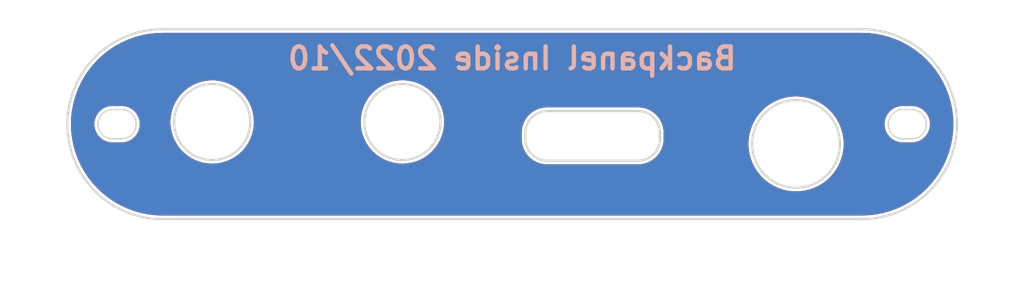
<source format=kicad_pcb>
(kicad_pcb (version 20211014) (generator pcbnew)

  (general
    (thickness 1.6)
  )

  (paper "A4")
  (layers
    (0 "F.Cu" signal)
    (31 "B.Cu" signal)
    (32 "B.Adhes" user "B.Adhesive")
    (33 "F.Adhes" user "F.Adhesive")
    (34 "B.Paste" user)
    (35 "F.Paste" user)
    (36 "B.SilkS" user "B.Silkscreen")
    (37 "F.SilkS" user "F.Silkscreen")
    (38 "B.Mask" user)
    (39 "F.Mask" user)
    (40 "Dwgs.User" user "User.Drawings")
    (41 "Cmts.User" user "User.Comments")
    (42 "Eco1.User" user "User.Eco1")
    (43 "Eco2.User" user "User.Eco2")
    (44 "Edge.Cuts" user)
    (45 "Margin" user)
    (46 "B.CrtYd" user "B.Courtyard")
    (47 "F.CrtYd" user "F.Courtyard")
    (48 "B.Fab" user)
    (49 "F.Fab" user)
    (50 "User.1" user)
    (51 "User.2" user)
    (52 "User.3" user)
    (53 "User.4" user)
    (54 "User.5" user)
    (55 "User.6" user)
    (56 "User.7" user)
    (57 "User.8" user)
    (58 "User.9" user)
  )

  (setup
    (pad_to_mask_clearance 0)
    (pcbplotparams
      (layerselection 0x00010fc_ffffffff)
      (disableapertmacros false)
      (usegerberextensions false)
      (usegerberattributes true)
      (usegerberadvancedattributes true)
      (creategerberjobfile true)
      (svguseinch false)
      (svgprecision 6)
      (excludeedgelayer true)
      (plotframeref false)
      (viasonmask false)
      (mode 1)
      (useauxorigin false)
      (hpglpennumber 1)
      (hpglpenspeed 20)
      (hpglpendiameter 15.000000)
      (dxfpolygonmode true)
      (dxfimperialunits true)
      (dxfusepcbnewfont true)
      (psnegative false)
      (psa4output false)
      (plotreference true)
      (plotvalue true)
      (plotinvisibletext false)
      (sketchpadsonfab false)
      (subtractmaskfromsilk false)
      (outputformat 1)
      (mirror false)
      (drillshape 0)
      (scaleselection 1)
      (outputdirectory "./mfg/")
    )
  )

  (net 0 "")

  (gr_arc (start 127.3 92.5) (mid 128.3 93.5) (end 127.3 94.5) (layer "Edge.Cuts") (width 0.1) (tstamp 0ed4a554-6876-44b2-a8cf-e914de9121ca))
  (gr_circle (center 79.5 93.35) (end 82.1 93.35) (layer "Edge.Cuts") (width 0.15) (fill none) (tstamp 16d5bf81-590a-4149-97e0-64f3b3ad6f52))
  (gr_line (start 76.1 100) (end 123.9 100) (layer "Edge.Cuts") (width 0.15) (tstamp 18cf1537-83e6-4374-a277-6e3e21479ab0))
  (gr_line (start 100.9 94.1) (end 100.9 94.5) (layer "Edge.Cuts") (width 0.15) (tstamp 2878a73c-5447-4cd9-8194-14f52ab9459c))
  (gr_line (start 72.7 94.5) (end 73.3 94.5) (layer "Edge.Cuts") (width 0.1) (tstamp 3274e46c-d9f0-4a53-a188-3e4f9fb3ba37))
  (gr_line (start 108.6 92.6) (end 102.4 92.6) (layer "Edge.Cuts") (width 0.15) (tstamp 3b686d17-1000-4762-ba31-589d599a3edf))
  (gr_arc (start 110.1 94.5) (mid 109.66066 95.56066) (end 108.6 96) (layer "Edge.Cuts") (width 0.15) (tstamp 44646447-0a8e-4aec-a74e-22bf765d0f33))
  (gr_line (start 126.7 94.5) (end 127.3 94.5) (layer "Edge.Cuts") (width 0.1) (tstamp 529c34f8-b604-4473-847c-db1b3f3dc114))
  (gr_arc (start 102.4 96) (mid 101.33934 95.56066) (end 100.9 94.5) (layer "Edge.Cuts") (width 0.15) (tstamp 66bc2bca-dab7-4947-a0ff-403cdaf9fb89))
  (gr_line (start 108.6 96) (end 102.4 96) (layer "Edge.Cuts") (width 0.15) (tstamp 7a2f50f6-0c99-4e8d-9c2a-8f2f961d2e6d))
  (gr_arc (start 123.9 87) (mid 130.4 93.5) (end 123.9 100) (layer "Edge.Cuts") (width 0.15) (tstamp 7c6e532b-1afd-48d4-9389-2942dcbc7c3c))
  (gr_arc (start 76.1 100) (mid 69.6 93.5) (end 76.1 87) (layer "Edge.Cuts") (width 0.15) (tstamp 90fa0465-7fe5-474b-8e7c-9f955c02a0f6))
  (gr_arc (start 108.6 92.6) (mid 109.66066 93.03934) (end 110.1 94.1) (layer "Edge.Cuts") (width 0.15) (tstamp 9286cf02-1563-41d2-9931-c192c33bab31))
  (gr_arc (start 126.7 94.5) (mid 125.7 93.5) (end 126.7 92.5) (layer "Edge.Cuts") (width 0.1) (tstamp 95a4c767-7f06-466b-85fc-7b4bbe1d4996))
  (gr_arc (start 72.7 94.5) (mid 71.7 93.5) (end 72.7 92.5) (layer "Edge.Cuts") (width 0.1) (tstamp a451bd2e-6d1a-409f-8767-d4e228b9e533))
  (gr_line (start 72.7 92.5) (end 73.3 92.5) (layer "Edge.Cuts") (width 0.1) (tstamp a675b420-15d5-4c1a-bc85-43ae2fb03cea))
  (gr_circle (center 92.5 93.35) (end 95.1 93.35) (layer "Edge.Cuts") (width 0.15) (fill none) (tstamp ac81fb15-6f1a-451b-a962-fb87ffd26f6b))
  (gr_arc (start 100.9 94.1) (mid 101.33934 93.03934) (end 102.4 92.6) (layer "Edge.Cuts") (width 0.15) (tstamp ae0e6b31-27d7-4383-a4fc-7557b0a19382))
  (gr_circle (center 119.4 94.85) (end 122.4 94.85) (layer "Edge.Cuts") (width 0.15) (fill none) (tstamp b4675fcd-90dd-499b-8feb-46b51a88378c))
  (gr_line (start 110.1 94.1) (end 110.1 94.5) (layer "Edge.Cuts") (width 0.15) (tstamp c25449d6-d734-4953-b762-98f82a830248))
  (gr_line (start 76.1 87) (end 123.9 87) (layer "Edge.Cuts") (width 0.15) (tstamp c8072c34-0f81-4552-9fbe-4bfe60c53e21))
  (gr_line (start 126.7 92.5) (end 127.3 92.5) (layer "Edge.Cuts") (width 0.1) (tstamp d989a642-7552-4543-bdef-2edf9ae55b00))
  (gr_arc (start 73.3 92.5) (mid 74.3 93.5) (end 73.3 94.5) (layer "Edge.Cuts") (width 0.1) (tstamp dd0b7c06-bc6a-4d43-9878-a63759e49154))
  (gr_text "Backpanel Inside 2022/10" (at 100 89) (layer "B.SilkS") (tstamp 4cd02004-9c6e-4103-8a51-6cc183539955)
    (effects (font (size 1.5 1.5) (thickness 0.3)) (justify mirror))
  )

  (zone (net 0) (net_name "") (layers F&B.Cu) (tstamp 46d4fead-ba21-4cf9-a4cd-802a72ed331f) (hatch edge 0.508)
    (connect_pads (clearance 0.25))
    (min_thickness 0.254) (filled_areas_thickness no)
    (fill yes (thermal_gap 0.508) (thermal_bridge_width 0.508))
    (polygon
      (pts
        (xy 135 105)
        (xy 65 105)
        (xy 65 85)
        (xy 135 85)
      )
    )
    (filled_polygon
      (layer "F.Cu")
      (island)
      (pts
        (xy 123.887496 87.252921)
        (xy 123.887828 87.252987)
        (xy 123.887829 87.252987)
        (xy 123.9 87.255408)
        (xy 123.912172 87.252987)
        (xy 123.921631 87.252987)
        (xy 123.935499 87.251895)
        (xy 124.117315 87.259039)
        (xy 124.38538 87.269571)
        (xy 124.395243 87.270347)
        (xy 124.872726 87.326861)
        (xy 124.882497 87.328409)
        (xy 125.122771 87.376202)
        (xy 125.354074 87.422211)
        (xy 125.36368 87.424517)
        (xy 125.826441 87.555029)
        (xy 125.835831 87.55808)
        (xy 126.08446 87.649804)
        (xy 126.286937 87.724502)
        (xy 126.296074 87.728287)
        (xy 126.732724 87.929585)
        (xy 126.741529 87.934072)
        (xy 127.161039 88.169009)
        (xy 127.169475 88.174178)
        (xy 127.569254 88.441301)
        (xy 127.577242 88.447105)
        (xy 127.705315 88.54807)
        (xy 127.954836 88.744777)
        (xy 127.962359 88.751202)
        (xy 128.12145 88.898263)
        (xy 128.31544 89.077586)
        (xy 128.322414 89.08456)
        (xy 128.501737 89.27855)
        (xy 128.648798 89.437641)
        (xy 128.655223 89.445164)
        (xy 128.952889 89.82275)
        (xy 128.958704 89.830754)
        (xy 129.225822 90.230525)
        (xy 129.230991 90.238961)
        (xy 129.465928 90.658471)
        (xy 129.470415 90.667276)
        (xy 129.657742 91.073619)
        (xy 129.671712 91.103923)
        (xy 129.675497 91.113061)
        (xy 129.803179 91.459155)
        (xy 129.841917 91.564159)
        (xy 129.844971 91.573559)
        (xy 129.975481 92.036313)
        (xy 129.977789 92.045926)
        (xy 130.020748 92.261897)
        (xy 130.071591 92.517503)
        (xy 130.073139 92.527274)
        (xy 130.129653 93.004757)
        (xy 130.130429 93.01462)
        (xy 130.137204 93.187037)
        (xy 130.148776 93.48156)
        (xy 130.149306 93.495053)
        (xy 130.149306 93.504938)
        (xy 130.141174 93.711923)
        (xy 130.130429 93.98538)
        (xy 130.129653 93.995243)
        (xy 130.073139 94.472726)
        (xy 130.071591 94.482497)
        (xy 130.030699 94.688078)
        (xy 129.987038 94.907581)
        (xy 129.977791 94.954067)
        (xy 129.975483 94.96368)
        (xy 129.856736 95.384727)
        (xy 129.844974 95.426431)
        (xy 129.84192 95.435831)
        (xy 129.726201 95.7495)
        (xy 129.675498 95.886937)
        (xy 129.671713 95.896074)
        (xy 129.506373 96.254726)
        (xy 129.47042 96.332714)
        (xy 129.465928 96.341529)
        (xy 129.230991 96.761039)
        (xy 129.225822 96.769475)
        (xy 129.002891 97.103116)
        (xy 128.958704 97.169246)
        (xy 128.952889 97.17725)
        (xy 128.655223 97.554836)
        (xy 128.648798 97.562359)
        (xy 128.614779 97.599161)
        (xy 128.322414 97.91544)
        (xy 128.31544 97.922414)
        (xy 128.124238 98.099159)
        (xy 127.962359 98.248798)
        (xy 127.954836 98.255223)
        (xy 127.739868 98.424691)
        (xy 127.577242 98.552895)
        (xy 127.569254 98.558699)
        (xy 127.245387 98.775099)
        (xy 127.169475 98.825822)
        (xy 127.161039 98.830991)
        (xy 126.741529 99.065928)
        (xy 126.732724 99.070415)
        (xy 126.296077 99.271712)
        (xy 126.286939 99.275497)
        (xy 125.835831 99.44192)
        (xy 125.826441 99.444971)
        (xy 125.36368 99.575483)
        (xy 125.354074 99.577789)
        (xy 125.122771 99.623798)
        (xy 124.882497 99.671591)
        (xy 124.872726 99.673139)
        (xy 124.395243 99.729653)
        (xy 124.38538 99.730429)
        (xy 124.117315 99.740961)
        (xy 123.935499 99.748105)
        (xy 123.921631 99.747013)
        (xy 123.912172 99.747013)
        (xy 123.9 99.744592)
        (xy 123.887829 99.747013)
        (xy 123.887828 99.747013)
        (xy 123.887496 99.747079)
        (xy 123.862915 99.7495)
        (xy 76.137085 99.7495)
        (xy 76.112504 99.747079)
        (xy 76.112172 99.747013)
        (xy 76.112171 99.747013)
        (xy 76.1 99.744592)
        (xy 76.087828 99.747013)
        (xy 76.078369 99.747013)
        (xy 76.064501 99.748105)
        (xy 75.882685 99.740961)
        (xy 75.61462 99.730429)
        (xy 75.604757 99.729653)
        (xy 75.127274 99.673139)
        (xy 75.117503 99.671591)
        (xy 74.877229 99.623798)
        (xy 74.645926 99.577789)
        (xy 74.63632 99.575483)
        (xy 74.173559 99.444971)
        (xy 74.164169 99.44192)
        (xy 73.713061 99.275497)
        (xy 73.703923 99.271712)
        (xy 73.267276 99.070415)
        (xy 73.258471 99.065928)
        (xy 72.838961 98.830991)
        (xy 72.830525 98.825822)
        (xy 72.754613 98.775099)
        (xy 72.430746 98.558699)
        (xy 72.422758 98.552895)
        (xy 72.260132 98.424691)
        (xy 72.045164 98.255223)
        (xy 72.037641 98.248798)
        (xy 71.875762 98.099159)
        (xy 71.68456 97.922414)
        (xy 71.677586 97.91544)
        (xy 71.385221 97.599161)
        (xy 71.351202 97.562359)
        (xy 71.344777 97.554836)
        (xy 71.047111 97.17725)
        (xy 71.041296 97.169246)
        (xy 70.99711 97.103116)
        (xy 70.774178 96.769475)
        (xy 70.769009 96.761039)
        (xy 70.534072 96.341529)
        (xy 70.52958 96.332714)
        (xy 70.493628 96.254726)
        (xy 70.328287 95.896074)
        (xy 70.324502 95.886937)
        (xy 70.273799 95.7495)
        (xy 70.15808 95.435831)
        (xy 70.155026 95.426431)
        (xy 70.143265 95.384727)
        (xy 70.024517 94.96368)
        (xy 70.022209 94.954067)
        (xy 70.012963 94.907581)
        (xy 69.969301 94.688078)
        (xy 69.928409 94.482497)
        (xy 69.926861 94.472726)
        (xy 69.870347 93.995243)
        (xy 69.869571 93.98538)
        (xy 69.858826 93.711923)
        (xy 69.854571 93.603619)
        (xy 71.4495 93.603619)
        (xy 71.450357 93.608754)
        (xy 71.450357 93.608756)
        (xy 71.4679 93.713883)
        (xy 71.48361 93.808032)
        (xy 71.5509 94.004042)
        (xy 71.553379 94.008623)
        (xy 71.55338 94.008625)
        (xy 71.609597 94.112504)
        (xy 71.649535 94.186303)
        (xy 71.776824 94.349843)
        (xy 71.780661 94.353375)
        (xy 71.925461 94.486674)
        (xy 71.925465 94.486677)
        (xy 71.929294 94.490202)
        (xy 71.933658 94.493053)
        (xy 72.098422 94.600699)
        (xy 72.098426 94.600701)
        (xy 72.102788 94.603551)
        (xy 72.292572 94.686798)
        (xy 72.29762 94.688076)
        (xy 72.297625 94.688078)
        (xy 72.48841 94.736391)
        (xy 72.493469 94.737672)
        (xy 72.49866 94.738102)
        (xy 72.498665 94.738103)
        (xy 72.682373 94.753326)
        (xy 72.682375 94.753326)
        (xy 72.69464 94.754342)
        (xy 72.7 94.755408)
        (xy 72.712199 94.752982)
        (xy 72.712504 94.752921)
        (xy 72.737085 94.7505)
        (xy 73.262915 94.7505)
        (xy 73.287496 94.752921)
        (xy 73.287801 94.752982)
        (xy 73.3 94.755408)
        (xy 73.30536 94.754342)
        (xy 73.414888 94.745266)
        (xy 73.501335 94.738103)
        (xy 73.50134 94.738102)
        (xy 73.506531 94.737672)
        (xy 73.51159 94.736391)
        (xy 73.702375 94.688078)
        (xy 73.70238 94.688076)
        (xy 73.707428 94.686798)
        (xy 73.897212 94.603551)
        (xy 73.901574 94.600701)
        (xy 73.901578 94.600699)
        (xy 74.066342 94.493053)
        (xy 74.070706 94.490202)
        (xy 74.074535 94.486677)
        (xy 74.074539 94.486674)
        (xy 74.219339 94.353375)
        (xy 74.223176 94.349843)
        (xy 74.350465 94.186303)
        (xy 74.390403 94.112504)
        (xy 74.44662 94.008625)
        (xy 74.446621 94.008623)
        (xy 74.4491 94.004042)
        (xy 74.51639 93.808032)
        (xy 74.532101 93.713883)
        (xy 74.549643 93.608756)
        (xy 74.549643 93.608754)
        (xy 74.5505 93.603619)
        (xy 74.5505 93.396381)
        (xy 74.5456 93.367014)
        (xy 74.527795 93.260312)
        (xy 76.646078 93.260312)
        (xy 76.646173 93.263941)
        (xy 76.646173 93.263943)
        (xy 76.648427 93.35)
        (xy 76.651951 93.484569)
        (xy 76.654683 93.588928)
        (xy 76.701001 93.914377)
        (xy 76.70192 93.91788)
        (xy 76.701921 93.917885)
        (xy 76.752891 94.112169)
        (xy 76.784419 94.232346)
        (xy 76.90383 94.538619)
        (xy 76.905527 94.541824)
        (xy 77.028685 94.774429)
        (xy 77.057652 94.829139)
        (xy 77.059702 94.832122)
        (xy 77.059704 94.832125)
        (xy 77.241789 95.097061)
        (xy 77.241795 95.097068)
        (xy 77.243846 95.100053)
        (xy 77.459944 95.34777)
        (xy 77.703082 95.569009)
        (xy 77.70604 95.571134)
        (xy 77.706043 95.571137)
        (xy 77.814766 95.649262)
        (xy 77.970037 95.760836)
        (xy 78.257271 95.920708)
        (xy 78.560977 96.046507)
        (xy 78.564471 96.047502)
        (xy 78.564473 96.047503)
        (xy 78.873628 96.135568)
        (xy 78.873633 96.135569)
        (xy 78.877129 96.136565)
        (xy 79.100175 96.17309)
        (xy 79.197957 96.189103)
        (xy 79.197961 96.189103)
        (xy 79.201537 96.189689)
        (xy 79.205163 96.18986)
        (xy 79.526273 96.205003)
        (xy 79.526274 96.205003)
        (xy 79.5299 96.205174)
        (xy 79.543719 96.204232)
        (xy 79.854237 96.183064)
        (xy 79.854245 96.183063)
        (xy 79.857868 96.182816)
        (xy 79.861444 96.182153)
        (xy 79.861446 96.182153)
        (xy 80.177527 96.123571)
        (xy 80.177531 96.12357)
        (xy 80.181092 96.12291)
        (xy 80.495289 96.02625)
        (xy 80.796293 95.894119)
        (xy 81.080116 95.728266)
        (xy 81.289306 95.571201)
        (xy 81.340092 95.53307)
        (xy 81.340096 95.533067)
        (xy 81.342995 95.53089)
        (xy 81.384887 95.491137)
        (xy 81.578813 95.307109)
        (xy 81.578817 95.307105)
        (xy 81.581447 95.304609)
        (xy 81.644632 95.229041)
        (xy 81.789988 95.055196)
        (xy 81.79231 95.052419)
        (xy 81.794298 95.049393)
        (xy 81.970802 94.780691)
        (xy 81.970807 94.780682)
        (xy 81.972789 94.777665)
        (xy 82.059306 94.605646)
        (xy 82.118866 94.487225)
        (xy 82.118869 94.487217)
        (xy 82.120493 94.483989)
        (xy 82.168291 94.353375)
        (xy 82.232216 94.178692)
        (xy 82.232217 94.178688)
        (xy 82.233464 94.175281)
        (xy 82.234309 94.171759)
        (xy 82.234312 94.171751)
        (xy 82.309357 93.859165)
        (xy 82.309358 93.859161)
        (xy 82.310204 93.855636)
        (xy 82.31139 93.845838)
        (xy 82.349361 93.532067)
        (xy 82.349362 93.53206)
        (xy 82.349697 93.529288)
        (xy 82.350618 93.5)
        (xy 82.355243 93.352797)
        (xy 82.355331 93.35)
        (xy 82.35016 93.260312)
        (xy 89.646078 93.260312)
        (xy 89.646173 93.263941)
        (xy 89.646173 93.263943)
        (xy 89.648427 93.35)
        (xy 89.651951 93.484569)
        (xy 89.654683 93.588928)
        (xy 89.701001 93.914377)
        (xy 89.70192 93.91788)
        (xy 89.701921 93.917885)
        (xy 89.752891 94.112169)
        (xy 89.784419 94.232346)
        (xy 89.90383 94.538619)
        (xy 89.905527 94.541824)
        (xy 90.028685 94.774429)
        (xy 90.057652 94.829139)
        (xy 90.059702 94.832122)
        (xy 90.059704 94.832125)
        (xy 90.241789 95.097061)
        (xy 90.241795 95.097068)
        (xy 90.243846 95.100053)
        (xy 90.459944 95.34777)
        (xy 90.703082 95.569009)
        (xy 90.70604 95.571134)
        (xy 90.706043 95.571137)
        (xy 90.814766 95.649262)
        (xy 90.970037 95.760836)
        (xy 91.257271 95.920708)
        (xy 91.560977 96.046507)
        (xy 91.564471 96.047502)
        (xy 91.564473 96.047503)
        (xy 91.873628 96.135568)
        (xy 91.873633 96.135569)
        (xy 91.877129 96.136565)
        (xy 92.100175 96.17309)
        (xy 92.197957 96.189103)
        (xy 92.197961 96.189103)
        (xy 92.201537 96.189689)
        (xy 92.205163 96.18986)
        (xy 92.526273 96.205003)
        (xy 92.526274 96.205003)
        (xy 92.5299 96.205174)
        (xy 92.543719 96.204232)
        (xy 92.854237 96.183064)
        (xy 92.854245 96.183063)
        (xy 92.857868 96.182816)
        (xy 92.861444 96.182153)
        (xy 92.861446 96.182153)
        (xy 93.177527 96.123571)
        (xy 93.177531 96.12357)
        (xy 93.181092 96.12291)
        (xy 93.495289 96.02625)
        (xy 93.796293 95.894119)
        (xy 94.080116 95.728266)
        (xy 94.289306 95.571201)
        (xy 94.340092 95.53307)
        (xy 94.340096 95.533067)
        (xy 94.342995 95.53089)
        (xy 94.384887 95.491137)
        (xy 94.578813 95.307109)
        (xy 94.578817 95.307105)
        (xy 94.581447 95.304609)
        (xy 94.644632 95.229041)
        (xy 94.789988 95.055196)
        (xy 94.79231 95.052419)
        (xy 94.794298 95.049393)
        (xy 94.970802 94.780691)
        (xy 94.970807 94.780682)
        (xy 94.972789 94.777665)
        (xy 95.059306 94.605646)
        (xy 95.112441 94.5)
        (xy 100.644592 94.5)
        (xy 100.645274 94.50343)
        (xy 100.662892 94.749758)
        (xy 100.66385 94.754161)
        (xy 100.66385 94.754162)
        (xy 100.697225 94.907581)
        (xy 100.716118 94.994432)
        (xy 100.717691 94.998649)
        (xy 100.717692 94.998653)
        (xy 100.802051 95.224829)
        (xy 100.803622 95.229041)
        (xy 100.923624 95.448809)
        (xy 101.073681 95.649262)
        (xy 101.250738 95.826319)
        (xy 101.451191 95.976376)
        (xy 101.670959 96.096378)
        (xy 101.675171 96.097949)
        (xy 101.901347 96.182308)
        (xy 101.901351 96.182309)
        (xy 101.905568 96.183882)
        (xy 101.909971 96.18484)
        (xy 101.909975 96.184841)
        (xy 102.145277 96.236028)
        (xy 102.150242 96.237108)
        (xy 102.39657 96.254726)
        (xy 102.4 96.255408)
        (xy 102.412166 96.252988)
        (xy 102.412169 96.252988)
        (xy 102.412504 96.252921)
        (xy 102.437085 96.2505)
        (xy 108.562915 96.2505)
        (xy 108.587496 96.252921)
        (xy 108.587831 96.252988)
        (xy 108.587834 96.252988)
        (xy 108.6 96.255408)
        (xy 108.60343 96.254726)
        (xy 108.849758 96.237108)
        (xy 108.854723 96.236028)
        (xy 109.090025 96.184841)
        (xy 109.090029 96.18484)
        (xy 109.094432 96.183882)
        (xy 109.098649 96.182309)
        (xy 109.098653 96.182308)
        (xy 109.324829 96.097949)
        (xy 109.329041 96.096378)
        (xy 109.548809 95.976376)
        (xy 109.749262 95.826319)
        (xy 109.926319 95.649262)
        (xy 110.076376 95.448809)
        (xy 110.196378 95.229041)
        (xy 110.197949 95.224829)
        (xy 110.282308 94.998653)
        (xy 110.282309 94.998649)
        (xy 110.283882 94.994432)
        (xy 110.302776 94.907581)
        (xy 110.317774 94.838637)
        (xy 116.144746 94.838637)
        (xy 116.162559 95.190269)
        (xy 116.163096 95.193624)
        (xy 116.163097 95.19363)
        (xy 116.193514 95.38353)
        (xy 116.218243 95.53792)
        (xy 116.311149 95.877524)
        (xy 116.370153 96.027315)
        (xy 116.433883 96.189103)
        (xy 116.440187 96.205108)
        (xy 116.44177 96.208123)
        (xy 116.558774 96.430982)
        (xy 116.60385 96.51684)
        (xy 116.605751 96.519669)
        (xy 116.605757 96.519679)
        (xy 116.767945 96.761039)
        (xy 116.800223 96.809073)
        (xy 117.027007 97.078388)
        (xy 117.029467 97.080739)
        (xy 117.02947 97.080742)
        (xy 117.279089 97.319283)
        (xy 117.279096 97.319289)
        (xy 117.281552 97.321636)
        (xy 117.560878 97.535971)
        (xy 117.660223 97.596374)
        (xy 117.858803 97.717112)
        (xy 117.858808 97.717115)
        (xy 117.861718 97.718884)
        (xy 118.180553 97.868237)
        (xy 118.183771 97.869339)
        (xy 118.183774 97.86934)
        (xy 118.51043 97.98118)
        (xy 118.510438 97.981182)
        (xy 118.513653 97.982283)
        (xy 118.857122 98.059687)
        (xy 118.905474 98.065196)
        (xy 119.203559 98.099159)
        (xy 119.203567 98.099159)
        (xy 119.206942 98.099544)
        (xy 119.210346 98.099562)
        (xy 119.210349 98.099562)
        (xy 119.40233 98.100567)
        (xy 119.559019 98.101388)
        (xy 119.562405 98.101038)
        (xy 119.562407 98.101038)
        (xy 119.905845 98.065547)
        (xy 119.905853 98.065546)
        (xy 119.909237 98.065196)
        (xy 119.91257 98.064481)
        (xy 119.912573 98.064481)
        (xy 120.082021 98.028154)
        (xy 120.253498 97.991393)
        (xy 120.587774 97.880842)
        (xy 120.908156 97.734835)
        (xy 121.001584 97.679362)
        (xy 121.20795 97.556831)
        (xy 121.207955 97.556828)
        (xy 121.210895 97.555082)
        (xy 121.236349 97.535971)
        (xy 121.489718 97.345737)
        (xy 121.489727 97.34573)
        (xy 121.49245 97.343685)
        (xy 121.749527 97.103116)
        (xy 121.97912 96.83619)
        (xy 122.109435 96.64658)
        (xy 122.176612 96.548838)
        (xy 122.176617 96.548831)
        (xy 122.178542 96.546029)
        (xy 122.180154 96.543035)
        (xy 122.180159 96.543027)
        (xy 122.336364 96.252921)
        (xy 122.34546 96.236028)
        (xy 122.477922 95.909814)
        (xy 122.481979 95.895574)
        (xy 122.543557 95.6794)
        (xy 122.574378 95.571201)
        (xy 122.633701 95.224152)
        (xy 122.635774 95.190269)
        (xy 122.655085 94.874522)
        (xy 122.655195 94.872726)
        (xy 122.655274 94.85)
        (xy 122.636234 94.498433)
        (xy 122.579336 94.150978)
        (xy 122.485246 93.8117)
        (xy 122.483988 93.808538)
        (xy 122.483985 93.80853)
        (xy 122.402441 93.603619)
        (xy 125.4495 93.603619)
        (xy 125.450357 93.608754)
        (xy 125.450357 93.608756)
        (xy 125.4679 93.713883)
        (xy 125.48361 93.808032)
        (xy 125.5509 94.004042)
        (xy 125.553379 94.008623)
        (xy 125.55338 94.008625)
        (xy 125.609597 94.112504)
        (xy 125.649535 94.186303)
        (xy 125.776824 94.349843)
        (xy 125.780661 94.353375)
        (xy 125.925461 94.486674)
        (xy 125.925465 94.486677)
        (xy 125.929294 94.490202)
        (xy 125.933658 94.493053)
        (xy 126.098422 94.600699)
        (xy 126.098426 94.600701)
        (xy 126.102788 94.603551)
        (xy 126.292572 94.686798)
        (xy 126.29762 94.688076)
        (xy 126.297625 94.688078)
        (xy 126.48841 94.736391)
        (xy 126.493469 94.737672)
        (xy 126.49866 94.738102)
        (xy 126.498665 94.738103)
        (xy 126.682373 94.753326)
        (xy 126.682375 94.753326)
        (xy 126.69464 94.754342)
        (xy 126.7 94.755408)
        (xy 126.712199 94.752982)
        (xy 126.712504 94.752921)
        (xy 126.737085 94.7505)
        (xy 127.262915 94.7505)
        (xy 127.287496 94.752921)
        (xy 127.287801 94.752982)
        (xy 127.3 94.755408)
        (xy 127.30536 94.754342)
        (xy 127.414888 94.745266)
        (xy 127.501335 94.738103)
        (xy 127.50134 94.738102)
        (xy 127.506531 94.737672)
        (xy 127.51159 94.736391)
        (xy 127.702375 94.688078)
        (xy 127.70238 94.688076)
        (xy 127.707428 94.686798)
        (xy 127.897212 94.603551)
        (xy 127.901574 94.600701)
        (xy 127.901578 94.600699)
        (xy 128.066342 94.493053)
        (xy 128.070706 94.490202)
        (xy 128.074535 94.486677)
        (xy 128.074539 94.486674)
        (xy 128.219339 94.353375)
        (xy 128.223176 94.349843)
        (xy 128.350465 94.186303)
        (xy 128.390403 94.112504)
        (xy 128.44662 94.008625)
        (xy 128.446621 94.008623)
        (xy 128.4491 94.004042)
        (xy 128.51639 93.808032)
        (xy 128.532101 93.713883)
        (xy 128.549643 93.608756)
        (xy 128.549643 93.608754)
        (xy 128.5505 93.603619)
        (xy 128.5505 93.396381)
        (xy 128.5456 93.367014)
        (xy 128.517248 93.197107)
        (xy 128.517247 93.197102)
        (xy 128.51639 93.191968)
        (xy 128.4491 92.995958)
        (xy 128.422905 92.947553)
        (xy 128.352942 92.818274)
        (xy 128.350465 92.813697)
        (xy 128.223176 92.650157)
        (xy 128.17423 92.605099)
        (xy 128.074539 92.513326)
        (xy 128.074535 92.513323)
        (xy 128.070706 92.509798)
        (xy 127.980533 92.450885)
        (xy 127.901578 92.399301)
        (xy 127.901574 92.399299)
        (xy 127.897212 92.396449)
        (xy 127.784505 92.347011)
        (xy 127.7122 92.315295)
        (xy 127.712198 92.315294)
        (xy 127.707428 92.313202)
        (xy 127.70238 92.311924)
        (xy 127.702375 92.311922)
        (xy 127.51159 92.263609)
        (xy 127.511589 92.263609)
        (xy 127.506531 92.262328)
        (xy 127.50134 92.261898)
        (xy 127.501335 92.261897)
        (xy 127.317627 92.246674)
        (xy 127.317625 92.246674)
        (xy 127.30536 92.245658)
        (xy 127.3 92.244592)
        (xy 127.287829 92.247013)
        (xy 127.287496 92.247079)
        (xy 127.262915 92.2495)
        (xy 126.737085 92.2495)
        (xy 126.712504 92.247079)
        (xy 126.712171 92.247013)
        (xy 126.7 92.244592)
        (xy 126.69464 92.245658)
        (xy 126.597442 92.253712)
        (xy 126.498665 92.261897)
        (xy 126.49866 92.261898)
        (xy 126.493469 92.262328)
        (xy 126.488411 92.263609)
        (xy 126.48841 92.263609)
        (xy 126.297625 92.311922)
        (xy 126.29762 92.311924)
        (xy 126.292572 92.313202)
        (xy 126.287802 92.315294)
        (xy 126.2878 92.315295)
        (xy 126.215495 92.347011)
        (xy 126.102788 92.396449)
        (xy 126.098426 92.399299)
        (xy 126.098422 92.399301)
        (xy 126.019467 92.450885)
        (xy 125.929294 92.509798)
        (xy 125.925465 92.513323)
        (xy 125.925461 92.513326)
        (xy 125.82577 92.605099)
        (xy 125.776824 92.650157)
        (xy 125.649535 92.813697)
        (xy 125.647058 92.818274)
        (xy 125.577096 92.947553)
        (xy 125.5509 92.995958)
        (xy 125.48361 93.191968)
        (xy 125.482753 93.197102)
        (xy 125.482752 93.197107)
        (xy 125.4544 93.367014)
        (xy 125.4495 93.396381)
        (xy 125.4495 93.603619)
        (xy 122.402441 93.603619)
        (xy 122.356324 93.487734)
        (xy 122.35632 93.487726)
        (xy 122.355064 93.484569)
        (xy 122.348015 93.471256)
        (xy 122.191909 93.176422)
        (xy 122.191907 93.176419)
        (xy 122.190314 93.17341)
        (xy 122.063893 92.986687)
        (xy 121.994835 92.884688)
        (xy 121.992923 92.881864)
        (xy 121.985258 92.872825)
        (xy 121.840011 92.701556)
        (xy 121.7652 92.613342)
        (xy 121.509808 92.370984)
        (xy 121.507101 92.368922)
        (xy 121.507093 92.368915)
        (xy 121.343894 92.244592)
        (xy 121.229735 92.157626)
        (xy 121.135099 92.100538)
        (xy 120.931174 91.977522)
        (xy 120.931168 91.977519)
        (xy 120.928259 91.975764)
        (xy 120.608904 91.827524)
        (xy 120.442156 91.771083)
        (xy 120.278635 91.715734)
        (xy 120.27863 91.715733)
        (xy 120.275408 91.714642)
        (xy 120.051265 91.66495)
        (xy 119.935001 91.639175)
        (xy 119.934997 91.639174)
        (xy 119.931671 91.638437)
        (xy 119.788813 91.622666)
        (xy 119.585096 91.600175)
        (xy 119.585089 91.600175)
        (xy 119.581714 91.599802)
        (xy 119.578315 91.599796)
        (xy 119.578314 91.599796)
        (xy 119.412777 91.599507)
        (xy 119.229632 91.599187)
        (xy 119.099131 91.613134)
        (xy 118.882927 91.636239)
        (xy 118.882921 91.63624)
        (xy 118.879543 91.636601)
        (xy 118.87622 91.637325)
        (xy 118.876217 91.637326)
        (xy 118.538862 91.710881)
        (xy 118.53886 91.710882)
        (xy 118.535542 91.711605)
        (xy 118.532321 91.712683)
        (xy 118.53232 91.712683)
        (xy 118.509185 91.720424)
        (xy 118.201654 91.823323)
        (xy 117.881784 91.970447)
        (xy 117.87885 91.972203)
        (xy 117.878848 91.972204)
        (xy 117.825739 92.003989)
        (xy 117.579674 92.151256)
        (xy 117.298858 92.363635)
        (xy 117.042622 92.605099)
        (xy 117.04041 92.607689)
        (xy 117.040409 92.60769)
        (xy 116.894885 92.778077)
        (xy 116.813963 92.872825)
        (xy 116.812035 92.875652)
        (xy 116.812033 92.875654)
        (xy 116.626536 93.147583)
        (xy 116.615555 93.16368)
        (xy 116.613948 93.16669)
        (xy 116.613946 93.166693)
        (xy 116.494047 93.391244)
        (xy 116.44972 93.474262)
        (xy 116.318397 93.800937)
        (xy 116.317475 93.804217)
        (xy 116.317474 93.80422)
        (xy 116.232548 94.106358)
        (xy 116.223124 94.139884)
        (xy 116.165013 94.487138)
        (xy 116.149665 94.753326)
        (xy 116.145751 94.821208)
        (xy 116.145294 94.829139)
        (xy 116.144746 94.838637)
        (xy 110.317774 94.838637)
        (xy 110.33615 94.754162)
        (xy 110.33615 94.754161)
        (xy 110.337108 94.749758)
        (xy 110.354726 94.50343)
        (xy 110.355408 94.5)
        (xy 110.352988 94.487834)
        (xy 110.352988 94.487831)
        (xy 110.352921 94.487496)
        (xy 110.3505 94.462915)
        (xy 110.3505 94.137085)
        (xy 110.352921 94.112504)
        (xy 110.352988 94.112169)
        (xy 110.352988 94.112166)
        (xy 110.355408 94.1)
        (xy 110.354726 94.09657)
        (xy 110.337108 93.850242)
        (xy 110.327926 93.808032)
        (xy 110.284841 93.609975)
        (xy 110.28484 93.609971)
        (xy 110.283882 93.605568)
        (xy 110.281212 93.598408)
        (xy 110.197949 93.375171)
        (xy 110.196378 93.370959)
        (xy 110.076376 93.151191)
        (xy 109.926319 92.950738)
        (xy 109.749262 92.773681)
        (xy 109.548809 92.623624)
        (xy 109.340352 92.509798)
        (xy 109.332986 92.505776)
        (xy 109.332985 92.505775)
        (xy 109.329041 92.503622)
        (xy 109.187647 92.450885)
        (xy 109.098653 92.417692)
        (xy 109.098649 92.417691)
        (xy 109.094432 92.416118)
        (xy 109.090029 92.41516)
        (xy 109.090025 92.415159)
        (xy 108.854162 92.36385)
        (xy 108.854161 92.36385)
        (xy 108.849758 92.362892)
        (xy 108.60343 92.345274)
        (xy 108.6 92.344592)
        (xy 108.587834 92.347012)
        (xy 108.587831 92.347012)
        (xy 108.587496 92.347079)
        (xy 108.562915 92.3495)
        (xy 102.437085 92.3495)
        (xy 102.412504 92.347079)
        (xy 102.412169 92.347012)
        (xy 102.412166 92.347012)
        (xy 102.4 92.344592)
        (xy 102.39657 92.345274)
        (xy 102.150242 92.362892)
        (xy 102.145839 92.36385)
        (xy 102.145838 92.36385)
        (xy 101.909975 92.415159)
        (xy 101.909971 92.41516)
        (xy 101.905568 92.416118)
        (xy 101.901351 92.417691)
        (xy 101.901347 92.417692)
        (xy 101.812353 92.450885)
        (xy 101.670959 92.503622)
        (xy 101.667015 92.505775)
        (xy 101.667014 92.505776)
        (xy 101.659648 92.509798)
        (xy 101.451191 92.623624)
        (xy 101.250738 92.773681)
        (xy 101.073681 92.950738)
        (xy 100.923624 93.151191)
        (xy 100.803622 93.370959)
        (xy 100.802051 93.375171)
        (xy 100.718789 93.598408)
        (xy 100.716118 93.605568)
        (xy 100.71516 93.609971)
        (xy 100.715159 93.609975)
        (xy 100.672074 93.808032)
        (xy 100.662892 93.850242)
        (xy 100.645274 94.09657)
        (xy 100.644592 94.1)
        (xy 100.647012 94.112166)
        (xy 100.647012 94.112169)
        (xy 100.647079 94.112504)
        (xy 100.6495 94.137085)
        (xy 100.6495 94.462915)
        (xy 100.647079 94.487496)
        (xy 100.647012 94.487831)
        (xy 100.647012 94.487834)
        (xy 100.644592 94.5)
        (xy 95.112441 94.5)
        (xy 95.118866 94.487225)
        (xy 95.118869 94.487217)
        (xy 95.120493 94.483989)
        (xy 95.168291 94.353375)
        (xy 95.232216 94.178692)
        (xy 95.232217 94.178688)
        (xy 95.233464 94.175281)
        (xy 95.234309 94.171759)
        (xy 95.234312 94.171751)
        (xy 95.309357 93.859165)
        (xy 95.309358 93.859161)
        (xy 95.310204 93.855636)
        (xy 95.31139 93.845838)
        (xy 95.349361 93.532067)
        (xy 95.349362 93.53206)
        (xy 95.349697 93.529288)
        (xy 95.350618 93.5)
        (xy 95.355243 93.352797)
        (xy 95.355331 93.35)
        (xy 95.342372 93.12525)
        (xy 95.336617 93.025436)
        (xy 95.336616 93.025431)
        (xy 95.336408 93.021816)
        (xy 95.312475 92.884688)
        (xy 95.280514 92.701556)
        (xy 95.280512 92.701549)
        (xy 95.27989 92.697983)
        (xy 95.265724 92.650157)
        (xy 95.224147 92.509798)
        (xy 95.186526 92.382791)
        (xy 95.180608 92.368915)
        (xy 95.058976 92.083753)
        (xy 95.057554 92.080419)
        (xy 94.894682 91.794875)
        (xy 94.842264 91.723516)
        (xy 94.70221 91.532857)
        (xy 94.702208 91.532855)
        (xy 94.70007 91.529944)
        (xy 94.476298 91.289136)
        (xy 94.226331 91.075643)
        (xy 94.223328 91.073625)
        (xy 94.22332 91.073619)
        (xy 94.054235 90.96)
        (xy 93.953482 90.892297)
        (xy 93.661368 90.741525)
        (xy 93.35386 90.625328)
        (xy 93.350339 90.624444)
        (xy 93.350334 90.624442)
        (xy 93.12968 90.569018)
        (xy 93.035036 90.545245)
        (xy 93.012754 90.542312)
        (xy 92.712723 90.502811)
        (xy 92.712715 90.50281)
        (xy 92.709119 90.502337)
        (xy 92.573337 90.500204)
        (xy 92.384073 90.497231)
        (xy 92.384069 90.497231)
        (xy 92.380431 90.497174)
        (xy 92.376817 90.497535)
        (xy 92.376811 90.497535)
        (xy 92.145872 90.520586)
        (xy 92.053328 90.529823)
        (xy 91.732145 90.599852)
        (xy 91.728718 90.601025)
        (xy 91.728712 90.601027)
        (xy 91.42457 90.705158)
        (xy 91.424565 90.70516)
        (xy 91.421139 90.706333)
        (xy 91.417871 90.707892)
        (xy 91.417863 90.707895)
        (xy 91.266698 90.779998)
        (xy 91.124434 90.847854)
        (xy 90.845961 91.02254)
        (xy 90.589411 91.228076)
        (xy 90.358185 91.461736)
        (xy 90.155347 91.720424)
        (xy 90.153454 91.723513)
        (xy 90.153452 91.723516)
        (xy 89.998875 91.975764)
        (xy 89.983587 92.000711)
        (xy 89.982068 92.003983)
        (xy 89.982065 92.003989)
        (xy 89.913706 92.151256)
        (xy 89.84518 92.298883)
        (xy 89.741962 92.610986)
        (xy 89.741226 92.614541)
        (xy 89.741225 92.614544)
        (xy 89.676035 92.929335)
        (xy 89.6753 92.932885)
        (xy 89.667682 93.018247)
        (xy 89.652178 93.191968)
        (xy 89.646078 93.260312)
        (xy 82.35016 93.260312)
        (xy 82.342372 93.12525)
        (xy 82.336617 93.025436)
        (xy 82.336616 93.025431)
        (xy 82.336408 93.021816)
        (xy 82.312475 92.884688)
        (xy 82.280514 92.701556)
        (xy 82.280512 92.701549)
        (xy 82.27989 92.697983)
        (xy 82.265724 92.650157)
        (xy 82.224147 92.509798)
        (xy 82.186526 92.382791)
        (xy 82.180608 92.368915)
        (xy 82.058976 92.083753)
        (xy 82.057554 92.080419)
        (xy 81.894682 91.794875)
        (xy 81.842264 91.723516)
        (xy 81.70221 91.532857)
        (xy 81.702208 91.532855)
        (xy 81.70007 91.529944)
        (xy 81.476298 91.289136)
        (xy 81.226331 91.075643)
        (xy 81.223328 91.073625)
        (xy 81.22332 91.073619)
        (xy 81.054235 90.96)
        (xy 80.953482 90.892297)
        (xy 80.661368 90.741525)
        (xy 80.35386 90.625328)
        (xy 80.350339 90.624444)
        (xy 80.350334 90.624442)
        (xy 80.12968 90.569018)
        (xy 80.035036 90.545245)
        (xy 80.012754 90.542312)
        (xy 79.712723 90.502811)
        (xy 79.712715 90.50281)
        (xy 79.709119 90.502337)
        (xy 79.573337 90.500204)
        (xy 79.384073 90.497231)
        (xy 79.384069 90.497231)
        (xy 79.380431 90.497174)
        (xy 79.376817 90.497535)
        (xy 79.376811 90.497535)
        (xy 79.145872 90.520586)
        (xy 79.053328 90.529823)
        (xy 78.732145 90.599852)
        (xy 78.728718 90.601025)
        (xy 78.728712 90.601027)
        (xy 78.42457 90.705158)
        (xy 78.424565 90.70516)
        (xy 78.421139 90.706333)
        (xy 78.417871 90.707892)
        (xy 78.417863 90.707895)
        (xy 78.266698 90.779998)
        (xy 78.124434 90.847854)
        (xy 77.845961 91.02254)
        (xy 77.589411 91.228076)
        (xy 77.358185 91.461736)
        (xy 77.155347 91.720424)
        (xy 77.153454 91.723513)
        (xy 77.153452 91.723516)
        (xy 76.998875 91.975764)
        (xy 76.983587 92.000711)
        (xy 76.982068 92.003983)
        (xy 76.982065 92.003989)
        (xy 76.913706 92.151256)
        (xy 76.84518 92.298883)
        (xy 76.741962 92.610986)
        (xy 76.741226 92.614541)
        (xy 76.741225 92.614544)
        (xy 76.676035 92.929335)
        (xy 76.6753 92.932885)
        (xy 76.667682 93.018247)
        (xy 76.652178 93.191968)
        (xy 76.646078 93.260312)
        (xy 74.527795 93.260312)
        (xy 74.517248 93.197107)
        (xy 74.517247 93.197102)
        (xy 74.51639 93.191968)
        (xy 74.4491 92.995958)
        (xy 74.422905 92.947553)
        (xy 74.352942 92.818274)
        (xy 74.350465 92.813697)
        (xy 74.223176 92.650157)
        (xy 74.17423 92.605099)
        (xy 74.074539 92.513326)
        (xy 74.074535 92.513323)
        (xy 74.070706 92.509798)
        (xy 73.980533 92.450885)
        (xy 73.901578 92.399301)
        (xy 73.901574 92.399299)
        (xy 73.897212 92.396449)
        (xy 73.784505 92.347011)
        (xy 73.7122 92.315295)
        (xy 73.712198 92.315294)
        (xy 73.707428 92.313202)
        (xy 73.70238 92.311924)
        (xy 73.702375 92.311922)
        (xy 73.51159 92.263609)
        (xy 73.511589 92.263609)
        (xy 73.506531 92.262328)
        (xy 73.50134 92.261898)
        (xy 73.501335 92.261897)
        (xy 73.317627 92.246674)
        (xy 73.317625 92.246674)
        (xy 73.30536 92.245658)
        (xy 73.3 92.244592)
        (xy 73.287829 92.247013)
        (xy 73.287496 92.247079)
        (xy 73.262915 92.2495)
        (xy 72.737085 92.2495)
        (xy 72.712504 92.247079)
        (xy 72.712171 92.247013)
        (xy 72.7 92.244592)
        (xy 72.69464 92.245658)
        (xy 72.597442 92.253712)
        (xy 72.498665 92.261897)
        (xy 72.49866 92.261898)
        (xy 72.493469 92.262328)
        (xy 72.488411 92.263609)
        (xy 72.48841 92.263609)
        (xy 72.297625 92.311922)
        (xy 72.29762 92.311924)
        (xy 72.292572 92.313202)
        (xy 72.287802 92.315294)
        (xy 72.2878 92.315295)
        (xy 72.215495 92.347011)
        (xy 72.102788 92.396449)
        (xy 72.098426 92.399299)
        (xy 72.098422 92.399301)
        (xy 72.019467 92.450885)
        (xy 71.929294 92.509798)
        (xy 71.925465 92.513323)
        (xy 71.925461 92.513326)
        (xy 71.82577 92.605099)
        (xy 71.776824 92.650157)
        (xy 71.649535 92.813697)
        (xy 71.647058 92.818274)
        (xy 71.577096 92.947553)
        (xy 71.5509 92.995958)
        (xy 71.48361 93.191968)
        (xy 71.482753 93.197102)
        (xy 71.482752 93.197107)
        (xy 71.4544 93.367014)
        (xy 71.4495 93.396381)
        (xy 71.4495 93.603619)
        (xy 69.854571 93.603619)
        (xy 69.850694 93.504938)
        (xy 69.850694 93.495053)
        (xy 69.851225 93.48156)
        (xy 69.862796 93.187037)
        (xy 69.869571 93.01462)
        (xy 69.870347 93.004757)
        (xy 69.926861 92.527274)
        (xy 69.928409 92.517503)
        (xy 69.979252 92.261897)
        (xy 70.022211 92.045926)
        (xy 70.024519 92.036313)
        (xy 70.155029 91.573559)
        (xy 70.158083 91.564159)
        (xy 70.196822 91.459155)
        (xy 70.324503 91.113061)
        (xy 70.328288 91.103923)
        (xy 70.342258 91.073619)
        (xy 70.529585 90.667276)
        (xy 70.534072 90.658471)
        (xy 70.769009 90.238961)
        (xy 70.774178 90.230525)
        (xy 71.041296 89.830754)
        (xy 71.047111 89.82275)
        (xy 71.344777 89.445164)
        (xy 71.351202 89.437641)
        (xy 71.498263 89.27855)
        (xy 71.677586 89.08456)
        (xy 71.68456 89.077586)
        (xy 71.87855 88.898263)
        (xy 72.037641 88.751202)
        (xy 72.045164 88.744777)
        (xy 72.294685 88.54807)
        (xy 72.422758 88.447105)
        (xy 72.430746 88.441301)
        (xy 72.830525 88.174178)
        (xy 72.838961 88.169009)
        (xy 73.258471 87.934072)
        (xy 73.267276 87.929585)
        (xy 73.703926 87.728287)
        (xy 73.713063 87.724502)
        (xy 73.91554 87.649804)
        (xy 74.164169 87.55808)
        (xy 74.173559 87.555029)
        (xy 74.63632 87.424517)
        (xy 74.645926 87.422211)
        (xy 74.877229 87.376202)
        (xy 75.117503 87.328409)
        (xy 75.127274 87.326861)
        (xy 75.604757 87.270347)
        (xy 75.61462 87.269571)
        (xy 75.882685 87.259039)
        (xy 76.064501 87.251895)
        (xy 76.078369 87.252987)
        (xy 76.087828 87.252987)
        (xy 76.1 87.255408)
        (xy 76.112171 87.252987)
        (xy 76.112172 87.252987)
        (xy 76.112504 87.252921)
        (xy 76.137085 87.2505)
        (xy 123.862915 87.2505)
      )
    )
    (filled_polygon
      (layer "B.Cu")
      (island)
      (pts
        (xy 123.887496 87.252921)
        (xy 123.887828 87.252987)
        (xy 123.887829 87.252987)
        (xy 123.9 87.255408)
        (xy 123.912172 87.252987)
        (xy 123.921631 87.252987)
        (xy 123.935499 87.251895)
        (xy 124.117315 87.259039)
        (xy 124.38538 87.269571)
        (xy 124.395243 87.270347)
        (xy 124.872726 87.326861)
        (xy 124.882497 87.328409)
        (xy 125.122771 87.376202)
        (xy 125.354074 87.422211)
        (xy 125.36368 87.424517)
        (xy 125.826441 87.555029)
        (xy 125.835831 87.55808)
        (xy 126.08446 87.649804)
        (xy 126.286937 87.724502)
        (xy 126.296074 87.728287)
        (xy 126.732724 87.929585)
        (xy 126.741529 87.934072)
        (xy 127.161039 88.169009)
        (xy 127.169475 88.174178)
        (xy 127.569254 88.441301)
        (xy 127.577242 88.447105)
        (xy 127.705315 88.54807)
        (xy 127.954836 88.744777)
        (xy 127.962359 88.751202)
        (xy 128.12145 88.898263)
        (xy 128.31544 89.077586)
        (xy 128.322414 89.08456)
        (xy 128.501737 89.27855)
        (xy 128.648798 89.437641)
        (xy 128.655223 89.445164)
        (xy 128.952889 89.82275)
        (xy 128.958704 89.830754)
        (xy 129.225822 90.230525)
        (xy 129.230991 90.238961)
        (xy 129.465928 90.658471)
        (xy 129.470415 90.667276)
        (xy 129.657742 91.073619)
        (xy 129.671712 91.103923)
        (xy 129.675497 91.113061)
        (xy 129.803179 91.459155)
        (xy 129.841917 91.564159)
        (xy 129.844971 91.573559)
        (xy 129.975481 92.036313)
        (xy 129.977789 92.045926)
        (xy 130.020748 92.261897)
        (xy 130.071591 92.517503)
        (xy 130.073139 92.527274)
        (xy 130.129653 93.004757)
        (xy 130.130429 93.01462)
        (xy 130.137204 93.187037)
        (xy 130.148776 93.48156)
        (xy 130.149306 93.495053)
        (xy 130.149306 93.504938)
        (xy 130.141174 93.711923)
        (xy 130.130429 93.98538)
        (xy 130.129653 93.995243)
        (xy 130.073139 94.472726)
        (xy 130.071591 94.482497)
        (xy 130.030699 94.688078)
        (xy 129.987038 94.907581)
        (xy 129.977791 94.954067)
        (xy 129.975483 94.96368)
        (xy 129.856736 95.384727)
        (xy 129.844974 95.426431)
        (xy 129.84192 95.435831)
        (xy 129.726201 95.7495)
        (xy 129.675498 95.886937)
        (xy 129.671713 95.896074)
        (xy 129.506373 96.254726)
        (xy 129.47042 96.332714)
        (xy 129.465928 96.341529)
        (xy 129.230991 96.761039)
        (xy 129.225822 96.769475)
        (xy 129.002891 97.103116)
        (xy 128.958704 97.169246)
        (xy 128.952889 97.17725)
        (xy 128.655223 97.554836)
        (xy 128.648798 97.562359)
        (xy 128.614779 97.599161)
        (xy 128.322414 97.91544)
        (xy 128.31544 97.922414)
        (xy 128.124238 98.099159)
        (xy 127.962359 98.248798)
        (xy 127.954836 98.255223)
        (xy 127.739868 98.424691)
        (xy 127.577242 98.552895)
        (xy 127.569254 98.558699)
        (xy 127.245387 98.775099)
        (xy 127.169475 98.825822)
        (xy 127.161039 98.830991)
        (xy 126.741529 99.065928)
        (xy 126.732724 99.070415)
        (xy 126.296077 99.271712)
        (xy 126.286939 99.275497)
        (xy 125.835831 99.44192)
        (xy 125.826441 99.444971)
        (xy 125.36368 99.575483)
        (xy 125.354074 99.577789)
        (xy 125.122771 99.623798)
        (xy 124.882497 99.671591)
        (xy 124.872726 99.673139)
        (xy 124.395243 99.729653)
        (xy 124.38538 99.730429)
        (xy 124.117315 99.740961)
        (xy 123.935499 99.748105)
        (xy 123.921631 99.747013)
        (xy 123.912172 99.747013)
        (xy 123.9 99.744592)
        (xy 123.887829 99.747013)
        (xy 123.887828 99.747013)
        (xy 123.887496 99.747079)
        (xy 123.862915 99.7495)
        (xy 76.137085 99.7495)
        (xy 76.112504 99.747079)
        (xy 76.112172 99.747013)
        (xy 76.112171 99.747013)
        (xy 76.1 99.744592)
        (xy 76.087828 99.747013)
        (xy 76.078369 99.747013)
        (xy 76.064501 99.748105)
        (xy 75.882685 99.740961)
        (xy 75.61462 99.730429)
        (xy 75.604757 99.729653)
        (xy 75.127274 99.673139)
        (xy 75.117503 99.671591)
        (xy 74.877229 99.623798)
        (xy 74.645926 99.577789)
        (xy 74.63632 99.575483)
        (xy 74.173559 99.444971)
        (xy 74.164169 99.44192)
        (xy 73.713061 99.275497)
        (xy 73.703923 99.271712)
        (xy 73.267276 99.070415)
        (xy 73.258471 99.065928)
        (xy 72.838961 98.830991)
        (xy 72.830525 98.825822)
        (xy 72.754613 98.775099)
        (xy 72.430746 98.558699)
        (xy 72.422758 98.552895)
        (xy 72.260132 98.424691)
        (xy 72.045164 98.255223)
        (xy 72.037641 98.248798)
        (xy 71.875762 98.099159)
        (xy 71.68456 97.922414)
        (xy 71.677586 97.91544)
        (xy 71.385221 97.599161)
        (xy 71.351202 97.562359)
        (xy 71.344777 97.554836)
        (xy 71.047111 97.17725)
        (xy 71.041296 97.169246)
        (xy 70.99711 97.103116)
        (xy 70.774178 96.769475)
        (xy 70.769009 96.761039)
        (xy 70.534072 96.341529)
        (xy 70.52958 96.332714)
        (xy 70.493628 96.254726)
        (xy 70.328287 95.896074)
        (xy 70.324502 95.886937)
        (xy 70.273799 95.7495)
        (xy 70.15808 95.435831)
        (xy 70.155026 95.426431)
        (xy 70.143265 95.384727)
        (xy 70.024517 94.96368)
        (xy 70.022209 94.954067)
        (xy 70.012963 94.907581)
        (xy 69.969301 94.688078)
        (xy 69.928409 94.482497)
        (xy 69.926861 94.472726)
        (xy 69.870347 93.995243)
        (xy 69.869571 93.98538)
        (xy 69.858826 93.711923)
        (xy 69.854571 93.603619)
        (xy 71.4495 93.603619)
        (xy 71.450357 93.608754)
        (xy 71.450357 93.608756)
        (xy 71.4679 93.713883)
        (xy 71.48361 93.808032)
        (xy 71.5509 94.004042)
        (xy 71.553379 94.008623)
        (xy 71.55338 94.008625)
        (xy 71.609597 94.112504)
        (xy 71.649535 94.186303)
        (xy 71.776824 94.349843)
        (xy 71.780661 94.353375)
        (xy 71.925461 94.486674)
        (xy 71.925465 94.486677)
        (xy 71.929294 94.490202)
        (xy 71.933658 94.493053)
        (xy 72.098422 94.600699)
        (xy 72.098426 94.600701)
        (xy 72.102788 94.603551)
        (xy 72.292572 94.686798)
        (xy 72.29762 94.688076)
        (xy 72.297625 94.688078)
        (xy 72.48841 94.736391)
        (xy 72.493469 94.737672)
        (xy 72.49866 94.738102)
        (xy 72.498665 94.738103)
        (xy 72.682373 94.753326)
        (xy 72.682375 94.753326)
        (xy 72.69464 94.754342)
        (xy 72.7 94.755408)
        (xy 72.712199 94.752982)
        (xy 72.712504 94.752921)
        (xy 72.737085 94.7505)
        (xy 73.262915 94.7505)
        (xy 73.287496 94.752921)
        (xy 73.287801 94.752982)
        (xy 73.3 94.755408)
        (xy 73.30536 94.754342)
        (xy 73.414888 94.745266)
        (xy 73.501335 94.738103)
        (xy 73.50134 94.738102)
        (xy 73.506531 94.737672)
        (xy 73.51159 94.736391)
        (xy 73.702375 94.688078)
        (xy 73.70238 94.688076)
        (xy 73.707428 94.686798)
        (xy 73.897212 94.603551)
        (xy 73.901574 94.600701)
        (xy 73.901578 94.600699)
        (xy 74.066342 94.493053)
        (xy 74.070706 94.490202)
        (xy 74.074535 94.486677)
        (xy 74.074539 94.486674)
        (xy 74.219339 94.353375)
        (xy 74.223176 94.349843)
        (xy 74.350465 94.186303)
        (xy 74.390403 94.112504)
        (xy 74.44662 94.008625)
        (xy 74.446621 94.008623)
        (xy 74.4491 94.004042)
        (xy 74.51639 93.808032)
        (xy 74.532101 93.713883)
        (xy 74.549643 93.608756)
        (xy 74.549643 93.608754)
        (xy 74.5505 93.603619)
        (xy 74.5505 93.396381)
        (xy 74.5456 93.367014)
        (xy 74.527795 93.260312)
        (xy 76.646078 93.260312)
        (xy 76.646173 93.263941)
        (xy 76.646173 93.263943)
        (xy 76.648427 93.35)
        (xy 76.651951 93.484569)
        (xy 76.654683 93.588928)
        (xy 76.701001 93.914377)
        (xy 76.70192 93.91788)
        (xy 76.701921 93.917885)
        (xy 76.752891 94.112169)
        (xy 76.784419 94.232346)
        (xy 76.90383 94.538619)
        (xy 76.905527 94.541824)
        (xy 77.028685 94.774429)
        (xy 77.057652 94.829139)
        (xy 77.059702 94.832122)
        (xy 77.059704 94.832125)
        (xy 77.241789 95.097061)
        (xy 77.241795 95.097068)
        (xy 77.243846 95.100053)
        (xy 77.459944 95.34777)
        (xy 77.703082 95.569009)
        (xy 77.70604 95.571134)
        (xy 77.706043 95.571137)
        (xy 77.814766 95.649262)
        (xy 77.970037 95.760836)
        (xy 78.257271 95.920708)
        (xy 78.560977 96.046507)
        (xy 78.564471 96.047502)
        (xy 78.564473 96.047503)
        (xy 78.873628 96.135568)
        (xy 78.873633 96.135569)
        (xy 78.877129 96.136565)
        (xy 79.100175 96.17309)
        (xy 79.197957 96.189103)
        (xy 79.197961 96.189103)
        (xy 79.201537 96.189689)
        (xy 79.205163 96.18986)
        (xy 79.526273 96.205003)
        (xy 79.526274 96.205003)
        (xy 79.5299 96.205174)
        (xy 79.543719 96.204232)
        (xy 79.854237 96.183064)
        (xy 79.854245 96.183063)
        (xy 79.857868 96.182816)
        (xy 79.861444 96.182153)
        (xy 79.861446 96.182153)
        (xy 80.177527 96.123571)
        (xy 80.177531 96.12357)
        (xy 80.181092 96.12291)
        (xy 80.495289 96.02625)
        (xy 80.796293 95.894119)
        (xy 81.080116 95.728266)
        (xy 81.289306 95.571201)
        (xy 81.340092 95.53307)
        (xy 81.340096 95.533067)
        (xy 81.342995 95.53089)
        (xy 81.384887 95.491137)
        (xy 81.578813 95.307109)
        (xy 81.578817 95.307105)
        (xy 81.581447 95.304609)
        (xy 81.644632 95.229041)
        (xy 81.789988 95.055196)
        (xy 81.79231 95.052419)
        (xy 81.794298 95.049393)
        (xy 81.970802 94.780691)
        (xy 81.970807 94.780682)
        (xy 81.972789 94.777665)
        (xy 82.059306 94.605646)
        (xy 82.118866 94.487225)
        (xy 82.118869 94.487217)
        (xy 82.120493 94.483989)
        (xy 82.168291 94.353375)
        (xy 82.232216 94.178692)
        (xy 82.232217 94.178688)
        (xy 82.233464 94.175281)
        (xy 82.234309 94.171759)
        (xy 82.234312 94.171751)
        (xy 82.309357 93.859165)
        (xy 82.309358 93.859161)
        (xy 82.310204 93.855636)
        (xy 82.31139 93.845838)
        (xy 82.349361 93.532067)
        (xy 82.349362 93.53206)
        (xy 82.349697 93.529288)
        (xy 82.350618 93.5)
        (xy 82.355243 93.352797)
        (xy 82.355331 93.35)
        (xy 82.35016 93.260312)
        (xy 89.646078 93.260312)
        (xy 89.646173 93.263941)
        (xy 89.646173 93.263943)
        (xy 89.648427 93.35)
        (xy 89.651951 93.484569)
        (xy 89.654683 93.588928)
        (xy 89.701001 93.914377)
        (xy 89.70192 93.91788)
        (xy 89.701921 93.917885)
        (xy 89.752891 94.112169)
        (xy 89.784419 94.232346)
        (xy 89.90383 94.538619)
        (xy 89.905527 94.541824)
        (xy 90.028685 94.774429)
        (xy 90.057652 94.829139)
        (xy 90.059702 94.832122)
        (xy 90.059704 94.832125)
        (xy 90.241789 95.097061)
        (xy 90.241795 95.097068)
        (xy 90.243846 95.100053)
        (xy 90.459944 95.34777)
        (xy 90.703082 95.569009)
        (xy 90.70604 95.571134)
        (xy 90.706043 95.571137)
        (xy 90.814766 95.649262)
        (xy 90.970037 95.760836)
        (xy 91.257271 95.920708)
        (xy 91.560977 96.046507)
        (xy 91.564471 96.047502)
        (xy 91.564473 96.047503)
        (xy 91.873628 96.135568)
        (xy 91.873633 96.135569)
        (xy 91.877129 96.136565)
        (xy 92.100175 96.17309)
        (xy 92.197957 96.189103)
        (xy 92.197961 96.189103)
        (xy 92.201537 96.189689)
        (xy 92.205163 96.18986)
        (xy 92.526273 96.205003)
        (xy 92.526274 96.205003)
        (xy 92.5299 96.205174)
        (xy 92.543719 96.204232)
        (xy 92.854237 96.183064)
        (xy 92.854245 96.183063)
        (xy 92.857868 96.182816)
        (xy 92.861444 96.182153)
        (xy 92.861446 96.182153)
        (xy 93.177527 96.123571)
        (xy 93.177531 96.12357)
        (xy 93.181092 96.12291)
        (xy 93.495289 96.02625)
        (xy 93.796293 95.894119)
        (xy 94.080116 95.728266)
        (xy 94.289306 95.571201)
        (xy 94.340092 95.53307)
        (xy 94.340096 95.533067)
        (xy 94.342995 95.53089)
        (xy 94.384887 95.491137)
        (xy 94.578813 95.307109)
        (xy 94.578817 95.307105)
        (xy 94.581447 95.304609)
        (xy 94.644632 95.229041)
        (xy 94.789988 95.055196)
        (xy 94.79231 95.052419)
        (xy 94.794298 95.049393)
        (xy 94.970802 94.780691)
        (xy 94.970807 94.780682)
        (xy 94.972789 94.777665)
        (xy 95.059306 94.605646)
        (xy 95.112441 94.5)
        (xy 100.644592 94.5)
        (xy 100.645274 94.50343)
        (xy 100.662892 94.749758)
        (xy 100.66385 94.754161)
        (xy 100.66385 94.754162)
        (xy 100.697225 94.907581)
        (xy 100.716118 94.994432)
        (xy 100.717691 94.998649)
        (xy 100.717692 94.998653)
        (xy 100.802051 95.224829)
        (xy 100.803622 95.229041)
        (xy 100.923624 95.448809)
        (xy 101.073681 95.649262)
        (xy 101.250738 95.826319)
        (xy 101.451191 95.976376)
        (xy 101.670959 96.096378)
        (xy 101.675171 96.097949)
        (xy 101.901347 96.182308)
        (xy 101.901351 96.182309)
        (xy 101.905568 96.183882)
        (xy 101.909971 96.18484)
        (xy 101.909975 96.184841)
        (xy 102.145277 96.236028)
        (xy 102.150242 96.237108)
        (xy 102.39657 96.254726)
        (xy 102.4 96.255408)
        (xy 102.412166 96.252988)
        (xy 102.412169 96.252988)
        (xy 102.412504 96.252921)
        (xy 102.437085 96.2505)
        (xy 108.562915 96.2505)
        (xy 108.587496 96.252921)
        (xy 108.587831 96.252988)
        (xy 108.587834 96.252988)
        (xy 108.6 96.255408)
        (xy 108.60343 96.254726)
        (xy 108.849758 96.237108)
        (xy 108.854723 96.236028)
        (xy 109.090025 96.184841)
        (xy 109.090029 96.18484)
        (xy 109.094432 96.183882)
        (xy 109.098649 96.182309)
        (xy 109.098653 96.182308)
        (xy 109.324829 96.097949)
        (xy 109.329041 96.096378)
        (xy 109.548809 95.976376)
        (xy 109.749262 95.826319)
        (xy 109.926319 95.649262)
        (xy 110.076376 95.448809)
        (xy 110.196378 95.229041)
        (xy 110.197949 95.224829)
        (xy 110.282308 94.998653)
        (xy 110.282309 94.998649)
        (xy 110.283882 94.994432)
        (xy 110.302776 94.907581)
        (xy 110.317774 94.838637)
        (xy 116.144746 94.838637)
        (xy 116.162559 95.190269)
        (xy 116.163096 95.193624)
        (xy 116.163097 95.19363)
        (xy 116.193514 95.38353)
        (xy 116.218243 95.53792)
        (xy 116.311149 95.877524)
        (xy 116.370153 96.027315)
        (xy 116.433883 96.189103)
        (xy 116.440187 96.205108)
        (xy 116.44177 96.208123)
        (xy 116.558774 96.430982)
        (xy 116.60385 96.51684)
        (xy 116.605751 96.519669)
        (xy 116.605757 96.519679)
        (xy 116.767945 96.761039)
        (xy 116.800223 96.809073)
        (xy 117.027007 97.078388)
        (xy 117.029467 97.080739)
        (xy 117.02947 97.080742)
        (xy 117.279089 97.319283)
        (xy 117.279096 97.319289)
        (xy 117.281552 97.321636)
        (xy 117.560878 97.535971)
        (xy 117.660223 97.596374)
        (xy 117.858803 97.717112)
        (xy 117.858808 97.717115)
        (xy 117.861718 97.718884)
        (xy 118.180553 97.868237)
        (xy 118.183771 97.869339)
        (xy 118.183774 97.86934)
        (xy 118.51043 97.98118)
        (xy 118.510438 97.981182)
        (xy 118.513653 97.982283)
        (xy 118.857122 98.059687)
        (xy 118.905474 98.065196)
        (xy 119.203559 98.099159)
        (xy 119.203567 98.099159)
        (xy 119.206942 98.099544)
        (xy 119.210346 98.099562)
        (xy 119.210349 98.099562)
        (xy 119.40233 98.100567)
        (xy 119.559019 98.101388)
        (xy 119.562405 98.101038)
        (xy 119.562407 98.101038)
        (xy 119.905845 98.065547)
        (xy 119.905853 98.065546)
        (xy 119.909237 98.065196)
        (xy 119.91257 98.064481)
        (xy 119.912573 98.064481)
        (xy 120.082021 98.028154)
        (xy 120.253498 97.991393)
        (xy 120.587774 97.880842)
        (xy 120.908156 97.734835)
        (xy 121.001584 97.679362)
        (xy 121.20795 97.556831)
        (xy 121.207955 97.556828)
        (xy 121.210895 97.555082)
        (xy 121.236349 97.535971)
        (xy 121.489718 97.345737)
        (xy 121.489727 97.34573)
        (xy 121.49245 97.343685)
        (xy 121.749527 97.103116)
        (xy 121.97912 96.83619)
        (xy 122.109435 96.64658)
        (xy 122.176612 96.548838)
        (xy 122.176617 96.548831)
        (xy 122.178542 96.546029)
        (xy 122.180154 96.543035)
        (xy 122.180159 96.543027)
        (xy 122.336364 96.252921)
        (xy 122.34546 96.236028)
        (xy 122.477922 95.909814)
        (xy 122.481979 95.895574)
        (xy 122.543557 95.6794)
        (xy 122.574378 95.571201)
        (xy 122.633701 95.224152)
        (xy 122.635774 95.190269)
        (xy 122.655085 94.874522)
        (xy 122.655195 94.872726)
        (xy 122.655274 94.85)
        (xy 122.636234 94.498433)
        (xy 122.579336 94.150978)
        (xy 122.485246 93.8117)
        (xy 122.483988 93.808538)
        (xy 122.483985 93.80853)
        (xy 122.402441 93.603619)
        (xy 125.4495 93.603619)
        (xy 125.450357 93.608754)
        (xy 125.450357 93.608756)
        (xy 125.4679 93.713883)
        (xy 125.48361 93.808032)
        (xy 125.5509 94.004042)
        (xy 125.553379 94.008623)
        (xy 125.55338 94.008625)
        (xy 125.609597 94.112504)
        (xy 125.649535 94.186303)
        (xy 125.776824 94.349843)
        (xy 125.780661 94.353375)
        (xy 125.925461 94.486674)
        (xy 125.925465 94.486677)
        (xy 125.929294 94.490202)
        (xy 125.933658 94.493053)
        (xy 126.098422 94.600699)
        (xy 126.098426 94.600701)
        (xy 126.102788 94.603551)
        (xy 126.292572 94.686798)
        (xy 126.29762 94.688076)
        (xy 126.297625 94.688078)
        (xy 126.48841 94.736391)
        (xy 126.493469 94.737672)
        (xy 126.49866 94.738102)
        (xy 126.498665 94.738103)
        (xy 126.682373 94.753326)
        (xy 126.682375 94.753326)
        (xy 126.69464 94.754342)
        (xy 126.7 94.755408)
        (xy 126.712199 94.752982)
        (xy 126.712504 94.752921)
        (xy 126.737085 94.7505)
        (xy 127.262915 94.7505)
        (xy 127.287496 94.752921)
        (xy 127.287801 94.752982)
        (xy 127.3 94.755408)
        (xy 127.30536 94.754342)
        (xy 127.414888 94.745266)
        (xy 127.501335 94.738103)
        (xy 127.50134 94.738102)
        (xy 127.506531 94.737672)
        (xy 127.51159 94.736391)
        (xy 127.702375 94.688078)
        (xy 127.70238 94.688076)
        (xy 127.707428 94.686798)
        (xy 127.897212 94.603551)
        (xy 127.901574 94.600701)
        (xy 127.901578 94.600699)
        (xy 128.066342 94.493053)
        (xy 128.070706 94.490202)
        (xy 128.074535 94.486677)
        (xy 128.074539 94.486674)
        (xy 128.219339 94.353375)
        (xy 128.223176 94.349843)
        (xy 128.350465 94.186303)
        (xy 128.390403 94.112504)
        (xy 128.44662 94.008625)
        (xy 128.446621 94.008623)
        (xy 128.4491 94.004042)
        (xy 128.51639 93.808032)
        (xy 128.532101 93.713883)
        (xy 128.549643 93.608756)
        (xy 128.549643 93.608754)
        (xy 128.5505 93.603619)
        (xy 128.5505 93.396381)
        (xy 128.5456 93.367014)
        (xy 128.517248 93.197107)
        (xy 128.517247 93.197102)
        (xy 128.51639 93.191968)
        (xy 128.4491 92.995958)
        (xy 128.422905 92.947553)
        (xy 128.352942 92.818274)
        (xy 128.350465 92.813697)
        (xy 128.223176 92.650157)
        (xy 128.17423 92.605099)
        (xy 128.074539 92.513326)
        (xy 128.074535 92.513323)
        (xy 128.070706 92.509798)
        (xy 127.980533 92.450885)
        (xy 127.901578 92.399301)
        (xy 127.901574 92.399299)
        (xy 127.897212 92.396449)
        (xy 127.784505 92.347011)
        (xy 127.7122 92.315295)
        (xy 127.712198 92.315294)
        (xy 127.707428 92.313202)
        (xy 127.70238 92.311924)
        (xy 127.702375 92.311922)
        (xy 127.51159 92.263609)
        (xy 127.511589 92.263609)
        (xy 127.506531 92.262328)
        (xy 127.50134 92.261898)
        (xy 127.501335 92.261897)
        (xy 127.317627 92.246674)
        (xy 127.317625 92.246674)
        (xy 127.30536 92.245658)
        (xy 127.3 92.244592)
        (xy 127.287829 92.247013)
        (xy 127.287496 92.247079)
        (xy 127.262915 92.2495)
        (xy 126.737085 92.2495)
        (xy 126.712504 92.247079)
        (xy 126.712171 92.247013)
        (xy 126.7 92.244592)
        (xy 126.69464 92.245658)
        (xy 126.597442 92.253712)
        (xy 126.498665 92.261897)
        (xy 126.49866 92.261898)
        (xy 126.493469 92.262328)
        (xy 126.488411 92.263609)
        (xy 126.48841 92.263609)
        (xy 126.297625 92.311922)
        (xy 126.29762 92.311924)
        (xy 126.292572 92.313202)
        (xy 126.287802 92.315294)
        (xy 126.2878 92.315295)
        (xy 126.215495 92.347011)
        (xy 126.102788 92.396449)
        (xy 126.098426 92.399299)
        (xy 126.098422 92.399301)
        (xy 126.019467 92.450885)
        (xy 125.929294 92.509798)
        (xy 125.925465 92.513323)
        (xy 125.925461 92.513326)
        (xy 125.82577 92.605099)
        (xy 125.776824 92.650157)
        (xy 125.649535 92.813697)
        (xy 125.647058 92.818274)
        (xy 125.577096 92.947553)
        (xy 125.5509 92.995958)
        (xy 125.48361 93.191968)
        (xy 125.482753 93.197102)
        (xy 125.482752 93.197107)
        (xy 125.4544 93.367014)
        (xy 125.4495 93.396381)
        (xy 125.4495 93.603619)
        (xy 122.402441 93.603619)
        (xy 122.356324 93.487734)
        (xy 122.35632 93.487726)
        (xy 122.355064 93.484569)
        (xy 122.348015 93.471256)
        (xy 122.191909 93.176422)
        (xy 122.191907 93.176419)
        (xy 122.190314 93.17341)
        (xy 122.063893 92.986687)
        (xy 121.994835 92.884688)
        (xy 121.992923 92.881864)
        (xy 121.985258 92.872825)
        (xy 121.840011 92.701556)
        (xy 121.7652 92.613342)
        (xy 121.509808 92.370984)
        (xy 121.507101 92.368922)
        (xy 121.507093 92.368915)
        (xy 121.343894 92.244592)
        (xy 121.229735 92.157626)
        (xy 121.135099 92.100538)
        (xy 120.931174 91.977522)
        (xy 120.931168 91.977519)
        (xy 120.928259 91.975764)
        (xy 120.608904 91.827524)
        (xy 120.442156 91.771083)
        (xy 120.278635 91.715734)
        (xy 120.27863 91.715733)
        (xy 120.275408 91.714642)
        (xy 120.051265 91.66495)
        (xy 119.935001 91.639175)
        (xy 119.934997 91.639174)
        (xy 119.931671 91.638437)
        (xy 119.788813 91.622666)
        (xy 119.585096 91.600175)
        (xy 119.585089 91.600175)
        (xy 119.581714 91.599802)
        (xy 119.578315 91.599796)
        (xy 119.578314 91.599796)
        (xy 119.412777 91.599507)
        (xy 119.229632 91.599187)
        (xy 119.099131 91.613134)
        (xy 118.882927 91.636239)
        (xy 118.882921 91.63624)
        (xy 118.879543 91.636601)
        (xy 118.87622 91.637325)
        (xy 118.876217 91.637326)
        (xy 118.538862 91.710881)
        (xy 118.53886 91.710882)
        (xy 118.535542 91.711605)
        (xy 118.532321 91.712683)
        (xy 118.53232 91.712683)
        (xy 118.509185 91.720424)
        (xy 118.201654 91.823323)
        (xy 117.881784 91.970447)
        (xy 117.87885 91.972203)
        (xy 117.878848 91.972204)
        (xy 117.825739 92.003989)
        (xy 117.579674 92.151256)
        (xy 117.298858 92.363635)
        (xy 117.042622 92.605099)
        (xy 117.04041 92.607689)
        (xy 117.040409 92.60769)
        (xy 116.894885 92.778077)
        (xy 116.813963 92.872825)
        (xy 116.812035 92.875652)
        (xy 116.812033 92.875654)
        (xy 116.626536 93.147583)
        (xy 116.615555 93.16368)
        (xy 116.613948 93.16669)
        (xy 116.613946 93.166693)
        (xy 116.494047 93.391244)
        (xy 116.44972 93.474262)
        (xy 116.318397 93.800937)
        (xy 116.317475 93.804217)
        (xy 116.317474 93.80422)
        (xy 116.232548 94.106358)
        (xy 116.223124 94.139884)
        (xy 116.165013 94.487138)
        (xy 116.149665 94.753326)
        (xy 116.145751 94.821208)
        (xy 116.145294 94.829139)
        (xy 116.144746 94.838637)
        (xy 110.317774 94.838637)
        (xy 110.33615 94.754162)
        (xy 110.33615 94.754161)
        (xy 110.337108 94.749758)
        (xy 110.354726 94.50343)
        (xy 110.355408 94.5)
        (xy 110.352988 94.487834)
        (xy 110.352988 94.487831)
        (xy 110.352921 94.487496)
        (xy 110.3505 94.462915)
        (xy 110.3505 94.137085)
        (xy 110.352921 94.112504)
        (xy 110.352988 94.112169)
        (xy 110.352988 94.112166)
        (xy 110.355408 94.1)
        (xy 110.354726 94.09657)
        (xy 110.337108 93.850242)
        (xy 110.327926 93.808032)
        (xy 110.284841 93.609975)
        (xy 110.28484 93.609971)
        (xy 110.283882 93.605568)
        (xy 110.281212 93.598408)
        (xy 110.197949 93.375171)
        (xy 110.196378 93.370959)
        (xy 110.076376 93.151191)
        (xy 109.926319 92.950738)
        (xy 109.749262 92.773681)
        (xy 109.548809 92.623624)
        (xy 109.340352 92.509798)
        (xy 109.332986 92.505776)
        (xy 109.332985 92.505775)
        (xy 109.329041 92.503622)
        (xy 109.187647 92.450885)
        (xy 109.098653 92.417692)
        (xy 109.098649 92.417691)
        (xy 109.094432 92.416118)
        (xy 109.090029 92.41516)
        (xy 109.090025 92.415159)
        (xy 108.854162 92.36385)
        (xy 108.854161 92.36385)
        (xy 108.849758 92.362892)
        (xy 108.60343 92.345274)
        (xy 108.6 92.344592)
        (xy 108.587834 92.347012)
        (xy 108.587831 92.347012)
        (xy 108.587496 92.347079)
        (xy 108.562915 92.3495)
        (xy 102.437085 92.3495)
        (xy 102.412504 92.347079)
        (xy 102.412169 92.347012)
        (xy 102.412166 92.347012)
        (xy 102.4 92.344592)
        (xy 102.39657 92.345274)
        (xy 102.150242 92.362892)
        (xy 102.145839 92.36385)
        (xy 102.145838 92.36385)
        (xy 101.909975 92.415159)
        (xy 101.909971 92.41516)
        (xy 101.905568 92.416118)
        (xy 101.901351 92.417691)
        (xy 101.901347 92.417692)
        (xy 101.812353 92.450885)
        (xy 101.670959 92.503622)
        (xy 101.667015 92.505775)
        (xy 101.667014 92.505776)
        (xy 101.659648 92.509798)
        (xy 101.451191 92.623624)
        (xy 101.250738 92.773681)
        (xy 101.073681 92.950738)
        (xy 100.923624 93.151191)
        (xy 100.803622 93.370959)
        (xy 100.802051 93.375171)
        (xy 100.718789 93.598408)
        (xy 100.716118 93.605568)
        (xy 100.71516 93.609971)
        (xy 100.715159 93.609975)
        (xy 100.672074 93.808032)
        (xy 100.662892 93.850242)
        (xy 100.645274 94.09657)
        (xy 100.644592 94.1)
        (xy 100.647012 94.112166)
        (xy 100.647012 94.112169)
        (xy 100.647079 94.112504)
        (xy 100.6495 94.137085)
        (xy 100.6495 94.462915)
        (xy 100.647079 94.487496)
        (xy 100.647012 94.487831)
        (xy 100.647012 94.487834)
        (xy 100.644592 94.5)
        (xy 95.112441 94.5)
        (xy 95.118866 94.487225)
        (xy 95.118869 94.487217)
        (xy 95.120493 94.483989)
        (xy 95.168291 94.353375)
        (xy 95.232216 94.178692)
        (xy 95.232217 94.178688)
        (xy 95.233464 94.175281)
        (xy 95.234309 94.171759)
        (xy 95.234312 94.171751)
        (xy 95.309357 93.859165)
        (xy 95.309358 93.859161)
        (xy 95.310204 93.855636)
        (xy 95.31139 93.845838)
        (xy 95.349361 93.532067)
        (xy 95.349362 93.53206)
        (xy 95.349697 93.529288)
        (xy 95.350618 93.5)
        (xy 95.355243 93.352797)
        (xy 95.355331 93.35)
        (xy 95.342372 93.12525)
        (xy 95.336617 93.025436)
        (xy 95.336616 93.025431)
        (xy 95.336408 93.021816)
        (xy 95.312475 92.884688)
        (xy 95.280514 92.701556)
        (xy 95.280512 92.701549)
        (xy 95.27989 92.697983)
        (xy 95.265724 92.650157)
        (xy 95.224147 92.509798)
        (xy 95.186526 92.382791)
        (xy 95.180608 92.368915)
        (xy 95.058976 92.083753)
        (xy 95.057554 92.080419)
        (xy 94.894682 91.794875)
        (xy 94.842264 91.723516)
        (xy 94.70221 91.532857)
        (xy 94.702208 91.532855)
        (xy 94.70007 91.529944)
        (xy 94.476298 91.289136)
        (xy 94.226331 91.075643)
        (xy 94.223328 91.073625)
        (xy 94.22332 91.073619)
        (xy 94.054235 90.96)
        (xy 93.953482 90.892297)
        (xy 93.661368 90.741525)
        (xy 93.35386 90.625328)
        (xy 93.350339 90.624444)
        (xy 93.350334 90.624442)
        (xy 93.12968 90.569018)
        (xy 93.035036 90.545245)
        (xy 93.012754 90.542312)
        (xy 92.712723 90.502811)
        (xy 92.712715 90.50281)
        (xy 92.709119 90.502337)
        (xy 92.573337 90.500204)
        (xy 92.384073 90.497231)
        (xy 92.384069 90.497231)
        (xy 92.380431 90.497174)
        (xy 92.376817 90.497535)
        (xy 92.376811 90.497535)
        (xy 92.145872 90.520586)
        (xy 92.053328 90.529823)
        (xy 91.732145 90.599852)
        (xy 91.728718 90.601025)
        (xy 91.728712 90.601027)
        (xy 91.42457 90.705158)
        (xy 91.424565 90.70516)
        (xy 91.421139 90.706333)
        (xy 91.417871 90.707892)
        (xy 91.417863 90.707895)
        (xy 91.266698 90.779998)
        (xy 91.124434 90.847854)
        (xy 90.845961 91.02254)
        (xy 90.589411 91.228076)
        (xy 90.358185 91.461736)
        (xy 90.155347 91.720424)
        (xy 90.153454 91.723513)
        (xy 90.153452 91.723516)
        (xy 89.998875 91.975764)
        (xy 89.983587 92.000711)
        (xy 89.982068 92.003983)
        (xy 89.982065 92.003989)
        (xy 89.913706 92.151256)
        (xy 89.84518 92.298883)
        (xy 89.741962 92.610986)
        (xy 89.741226 92.614541)
        (xy 89.741225 92.614544)
        (xy 89.676035 92.929335)
        (xy 89.6753 92.932885)
        (xy 89.667682 93.018247)
        (xy 89.652178 93.191968)
        (xy 89.646078 93.260312)
        (xy 82.35016 93.260312)
        (xy 82.342372 93.12525)
        (xy 82.336617 93.025436)
        (xy 82.336616 93.025431)
        (xy 82.336408 93.021816)
        (xy 82.312475 92.884688)
        (xy 82.280514 92.701556)
        (xy 82.280512 92.701549)
        (xy 82.27989 92.697983)
        (xy 82.265724 92.650157)
        (xy 82.224147 92.509798)
        (xy 82.186526 92.382791)
        (xy 82.180608 92.368915)
        (xy 82.058976 92.083753)
        (xy 82.057554 92.080419)
        (xy 81.894682 91.794875)
        (xy 81.842264 91.723516)
        (xy 81.70221 91.532857)
        (xy 81.702208 91.532855)
        (xy 81.70007 91.529944)
        (xy 81.476298 91.289136)
        (xy 81.226331 91.075643)
        (xy 81.223328 91.073625)
        (xy 81.22332 91.073619)
        (xy 81.054235 90.96)
        (xy 80.953482 90.892297)
        (xy 80.661368 90.741525)
        (xy 80.35386 90.625328)
        (xy 80.350339 90.624444)
        (xy 80.350334 90.624442)
        (xy 80.12968 90.569018)
        (xy 80.035036 90.545245)
        (xy 80.012754 90.542312)
        (xy 79.712723 90.502811)
        (xy 79.712715 90.50281)
        (xy 79.709119 90.502337)
        (xy 79.573337 90.500204)
        (xy 79.384073 90.497231)
        (xy 79.384069 90.497231)
        (xy 79.380431 90.497174)
        (xy 79.376817 90.497535)
        (xy 79.376811 90.497535)
        (xy 79.145872 90.520586)
        (xy 79.053328 90.529823)
        (xy 78.732145 90.599852)
        (xy 78.728718 90.601025)
        (xy 78.728712 90.601027)
        (xy 78.42457 90.705158)
        (xy 78.424565 90.70516)
        (xy 78.421139 90.706333)
        (xy 78.417871 90.707892)
        (xy 78.417863 90.707895)
        (xy 78.266698 90.779998)
        (xy 78.124434 90.847854)
        (xy 77.845961 91.02254)
        (xy 77.589411 91.228076)
        (xy 77.358185 91.461736)
        (xy 77.155347 91.720424)
        (xy 77.153454 91.723513)
        (xy 77.153452 91.723516)
        (xy 76.998875 91.975764)
        (xy 76.983587 92.000711)
        (xy 76.982068 92.003983)
        (xy 76.982065 92.003989)
        (xy 76.913706 92.151256)
        (xy 76.84518 92.298883)
        (xy 76.741962 92.610986)
        (xy 76.741226 92.614541)
        (xy 76.741225 92.614544)
        (xy 76.676035 92.929335)
        (xy 76.6753 92.932885)
        (xy 76.667682 93.018247)
        (xy 76.652178 93.191968)
        (xy 76.646078 93.260312)
        (xy 74.527795 93.260312)
        (xy 74.517248 93.197107)
        (xy 74.517247 93.197102)
        (xy 74.51639 93.191968)
        (xy 74.4491 92.995958)
        (xy 74.422905 92.947553)
        (xy 74.352942 92.818274)
        (xy 74.350465 92.813697)
        (xy 74.223176 92.650157)
        (xy 74.17423 92.605099)
        (xy 74.074539 92.513326)
        (xy 74.074535 92.513323)
        (xy 74.070706 92.509798)
        (xy 73.980533 92.450885)
        (xy 73.901578 92.399301)
        (xy 73.901574 92.399299)
        (xy 73.897212 92.396449)
        (xy 73.784505 92.347011)
        (xy 73.7122 92.315295)
        (xy 73.712198 92.315294)
        (xy 73.707428 92.313202)
        (xy 73.70238 92.311924)
        (xy 73.702375 92.311922)
        (xy 73.51159 92.263609)
        (xy 73.511589 92.263609)
        (xy 73.506531 92.262328)
        (xy 73.50134 92.261898)
        (xy 73.501335 92.261897)
        (xy 73.317627 92.246674)
        (xy 73.317625 92.246674)
        (xy 73.30536 92.245658)
        (xy 73.3 92.244592)
        (xy 73.287829 92.247013)
        (xy 73.287496 92.247079)
        (xy 73.262915 92.2495)
        (xy 72.737085 92.2495)
        (xy 72.712504 92.247079)
        (xy 72.712171 92.247013)
        (xy 72.7 92.244592)
        (xy 72.69464 92.245658)
        (xy 72.597442 92.253712)
        (xy 72.498665 92.261897)
        (xy 72.49866 92.261898)
        (xy 72.493469 92.262328)
        (xy 72.488411 92.263609)
        (xy 72.48841 92.263609)
        (xy 72.297625 92.311922)
        (xy 72.29762 92.311924)
        (xy 72.292572 92.313202)
        (xy 72.287802 92.315294)
        (xy 72.2878 92.315295)
        (xy 72.215495 92.347011)
        (xy 72.102788 92.396449)
        (xy 72.098426 92.399299)
        (xy 72.098422 92.399301)
        (xy 72.019467 92.450885)
        (xy 71.929294 92.509798)
        (xy 71.925465 92.513323)
        (xy 71.925461 92.513326)
        (xy 71.82577 92.605099)
        (xy 71.776824 92.650157)
        (xy 71.649535 92.813697)
        (xy 71.647058 92.818274)
        (xy 71.577096 92.947553)
        (xy 71.5509 92.995958)
        (xy 71.48361 93.191968)
        (xy 71.482753 93.197102)
        (xy 71.482752 93.197107)
        (xy 71.4544 93.367014)
        (xy 71.4495 93.396381)
        (xy 71.4495 93.603619)
        (xy 69.854571 93.603619)
        (xy 69.850694 93.504938)
        (xy 69.850694 93.495053)
        (xy 69.851225 93.48156)
        (xy 69.862796 93.187037)
        (xy 69.869571 93.01462)
        (xy 69.870347 93.004757)
        (xy 69.926861 92.527274)
        (xy 69.928409 92.517503)
        (xy 69.979252 92.261897)
        (xy 70.022211 92.045926)
        (xy 70.024519 92.036313)
        (xy 70.155029 91.573559)
        (xy 70.158083 91.564159)
        (xy 70.196822 91.459155)
        (xy 70.324503 91.113061)
        (xy 70.328288 91.103923)
        (xy 70.342258 91.073619)
        (xy 70.529585 90.667276)
        (xy 70.534072 90.658471)
        (xy 70.769009 90.238961)
        (xy 70.774178 90.230525)
        (xy 71.041296 89.830754)
        (xy 71.047111 89.82275)
        (xy 71.344777 89.445164)
        (xy 71.351202 89.437641)
        (xy 71.498263 89.27855)
        (xy 71.677586 89.08456)
        (xy 71.68456 89.077586)
        (xy 71.87855 88.898263)
        (xy 72.037641 88.751202)
        (xy 72.045164 88.744777)
        (xy 72.294685 88.54807)
        (xy 72.422758 88.447105)
        (xy 72.430746 88.441301)
        (xy 72.830525 88.174178)
        (xy 72.838961 88.169009)
        (xy 73.258471 87.934072)
        (xy 73.267276 87.929585)
        (xy 73.703926 87.728287)
        (xy 73.713063 87.724502)
        (xy 73.91554 87.649804)
        (xy 74.164169 87.55808)
        (xy 74.173559 87.555029)
        (xy 74.63632 87.424517)
        (xy 74.645926 87.422211)
        (xy 74.877229 87.376202)
        (xy 75.117503 87.328409)
        (xy 75.127274 87.326861)
        (xy 75.604757 87.270347)
        (xy 75.61462 87.269571)
        (xy 75.882685 87.259039)
        (xy 76.064501 87.251895)
        (xy 76.078369 87.252987)
        (xy 76.087828 87.252987)
        (xy 76.1 87.255408)
        (xy 76.112171 87.252987)
        (xy 76.112172 87.252987)
        (xy 76.112504 87.252921)
        (xy 76.137085 87.2505)
        (xy 123.862915 87.2505)
      )
    )
  )
  (zone (net 0) (net_name "") (layer "F.Cu") (tstamp 6a4bc668-5f4e-4186-b37b-5eaa10d491ba) (hatch edge 0.508)
    (connect_pads (clearance 0.25))
    (min_thickness 0.254) (filled_areas_thickness no)
    (fill yes (thermal_gap 0.508) (thermal_bridge_width 0.508))
    (polygon
      (pts
        (xy 135 105)
        (xy 65 105)
        (xy 65 85)
        (xy 135 85)
      )
    )
    (filled_polygon
      (layer "F.Cu")
      (island)
      (pts
        (xy 123.887496 87.252921)
        (xy 123.887828 87.252987)
        (xy 123.887829 87.252987)
        (xy 123.9 87.255408)
        (xy 123.912172 87.252987)
        (xy 123.921631 87.252987)
        (xy 123.935499 87.251895)
        (xy 124.117315 87.259039)
        (xy 124.38538 87.269571)
        (xy 124.395243 87.270347)
        (xy 124.872726 87.326861)
        (xy 124.882497 87.328409)
        (xy 125.122771 87.376202)
        (xy 125.354074 87.422211)
        (xy 125.36368 87.424517)
        (xy 125.826441 87.555029)
        (xy 125.835831 87.55808)
        (xy 126.08446 87.649804)
        (xy 126.286937 87.724502)
        (xy 126.296074 87.728287)
        (xy 126.732724 87.929585)
        (xy 126.741529 87.934072)
        (xy 127.161039 88.169009)
        (xy 127.169475 88.174178)
        (xy 127.569254 88.441301)
        (xy 127.577242 88.447105)
        (xy 127.705315 88.54807)
        (xy 127.954836 88.744777)
        (xy 127.962359 88.751202)
        (xy 128.12145 88.898263)
        (xy 128.31544 89.077586)
        (xy 128.322414 89.08456)
        (xy 128.501737 89.27855)
        (xy 128.648798 89.437641)
        (xy 128.655223 89.445164)
        (xy 128.952889 89.82275)
        (xy 128.958704 89.830754)
        (xy 129.225822 90.230525)
        (xy 129.230991 90.238961)
        (xy 129.465928 90.658471)
        (xy 129.470415 90.667276)
        (xy 129.657742 91.073619)
        (xy 129.671712 91.103923)
        (xy 129.675497 91.113061)
        (xy 129.803179 91.459155)
        (xy 129.841917 91.564159)
        (xy 129.844971 91.573559)
        (xy 129.975481 92.036313)
        (xy 129.977789 92.045926)
        (xy 130.020748 92.261897)
        (xy 130.071591 92.517503)
        (xy 130.073139 92.527274)
        (xy 130.129653 93.004757)
        (xy 130.130429 93.01462)
        (xy 130.137204 93.187037)
        (xy 130.148776 93.48156)
        (xy 130.149306 93.495053)
        (xy 130.149306 93.504938)
        (xy 130.141174 93.711923)
        (xy 130.130429 93.98538)
        (xy 130.129653 93.995243)
        (xy 130.073139 94.472726)
        (xy 130.071591 94.482497)
        (xy 130.030699 94.688078)
        (xy 129.987038 94.907581)
        (xy 129.977791 94.954067)
        (xy 129.975483 94.96368)
        (xy 129.856736 95.384727)
        (xy 129.844974 95.426431)
        (xy 129.84192 95.435831)
        (xy 129.726201 95.7495)
        (xy 129.675498 95.886937)
        (xy 129.671713 95.896074)
        (xy 129.506373 96.254726)
        (xy 129.47042 96.332714)
        (xy 129.465928 96.341529)
        (xy 129.230991 96.761039)
        (xy 129.225822 96.769475)
        (xy 129.002891 97.103116)
        (xy 128.958704 97.169246)
        (xy 128.952889 97.17725)
        (xy 128.655223 97.554836)
        (xy 128.648798 97.562359)
        (xy 128.614779 97.599161)
        (xy 128.322414 97.91544)
        (xy 128.31544 97.922414)
        (xy 128.124238 98.099159)
        (xy 127.962359 98.248798)
        (xy 127.954836 98.255223)
        (xy 127.739868 98.424691)
        (xy 127.577242 98.552895)
        (xy 127.569254 98.558699)
        (xy 127.245387 98.775099)
        (xy 127.169475 98.825822)
        (xy 127.161039 98.830991)
        (xy 126.741529 99.065928)
        (xy 126.732724 99.070415)
        (xy 126.296077 99.271712)
        (xy 126.286939 99.275497)
        (xy 125.835831 99.44192)
        (xy 125.826441 99.444971)
        (xy 125.36368 99.575483)
        (xy 125.354074 99.577789)
        (xy 125.122771 99.623798)
        (xy 124.882497 99.671591)
        (xy 124.872726 99.673139)
        (xy 124.395243 99.729653)
        (xy 124.38538 99.730429)
        (xy 124.117315 99.740961)
        (xy 123.935499 99.748105)
        (xy 123.921631 99.747013)
        (xy 123.912172 99.747013)
        (xy 123.9 99.744592)
        (xy 123.887829 99.747013)
        (xy 123.887828 99.747013)
        (xy 123.887496 99.747079)
        (xy 123.862915 99.7495)
        (xy 76.137085 99.7495)
        (xy 76.112504 99.747079)
        (xy 76.112172 99.747013)
        (xy 76.112171 99.747013)
        (xy 76.1 99.744592)
        (xy 76.087828 99.747013)
        (xy 76.078369 99.747013)
        (xy 76.064501 99.748105)
        (xy 75.882685 99.740961)
        (xy 75.61462 99.730429)
        (xy 75.604757 99.729653)
        (xy 75.127274 99.673139)
        (xy 75.117503 99.671591)
        (xy 74.877229 99.623798)
        (xy 74.645926 99.577789)
        (xy 74.63632 99.575483)
        (xy 74.173559 99.444971)
        (xy 74.164169 99.44192)
        (xy 73.713061 99.275497)
        (xy 73.703923 99.271712)
        (xy 73.267276 99.070415)
        (xy 73.258471 99.065928)
        (xy 72.838961 98.830991)
        (xy 72.830525 98.825822)
        (xy 72.754613 98.775099)
        (xy 72.430746 98.558699)
        (xy 72.422758 98.552895)
        (xy 72.260132 98.424691)
        (xy 72.045164 98.255223)
        (xy 72.037641 98.248798)
        (xy 71.875762 98.099159)
        (xy 71.68456 97.922414)
        (xy 71.677586 97.91544)
        (xy 71.385221 97.599161)
        (xy 71.351202 97.562359)
        (xy 71.344777 97.554836)
        (xy 71.047111 97.17725)
        (xy 71.041296 97.169246)
        (xy 70.99711 97.103116)
        (xy 70.774178 96.769475)
        (xy 70.769009 96.761039)
        (xy 70.534072 96.341529)
        (xy 70.52958 96.332714)
        (xy 70.493628 96.254726)
        (xy 70.328287 95.896074)
        (xy 70.324502 95.886937)
        (xy 70.273799 95.7495)
        (xy 70.15808 95.435831)
        (xy 70.155026 95.426431)
        (xy 70.143265 95.384727)
        (xy 70.024517 94.96368)
        (xy 70.022209 94.954067)
        (xy 70.012963 94.907581)
        (xy 69.969301 94.688078)
        (xy 69.928409 94.482497)
        (xy 69.926861 94.472726)
        (xy 69.870347 93.995243)
        (xy 69.869571 93.98538)
        (xy 69.858826 93.711923)
        (xy 69.854571 93.603619)
        (xy 71.4495 93.603619)
        (xy 71.450357 93.608754)
        (xy 71.450357 93.608756)
        (xy 71.4679 93.713883)
        (xy 71.48361 93.808032)
        (xy 71.5509 94.004042)
        (xy 71.553379 94.008623)
        (xy 71.55338 94.008625)
        (xy 71.609597 94.112504)
        (xy 71.649535 94.186303)
        (xy 71.776824 94.349843)
        (xy 71.780661 94.353375)
        (xy 71.925461 94.486674)
        (xy 71.925465 94.486677)
        (xy 71.929294 94.490202)
        (xy 71.933658 94.493053)
        (xy 72.098422 94.600699)
        (xy 72.098426 94.600701)
        (xy 72.102788 94.603551)
        (xy 72.292572 94.686798)
        (xy 72.29762 94.688076)
        (xy 72.297625 94.688078)
        (xy 72.48841 94.736391)
        (xy 72.493469 94.737672)
        (xy 72.49866 94.738102)
        (xy 72.498665 94.738103)
        (xy 72.682373 94.753326)
        (xy 72.682375 94.753326)
        (xy 72.69464 94.754342)
        (xy 72.7 94.755408)
        (xy 72.712199 94.752982)
        (xy 72.712504 94.752921)
        (xy 72.737085 94.7505)
        (xy 73.262915 94.7505)
        (xy 73.287496 94.752921)
        (xy 73.287801 94.752982)
        (xy 73.3 94.755408)
        (xy 73.30536 94.754342)
        (xy 73.414888 94.745266)
        (xy 73.501335 94.738103)
        (xy 73.50134 94.738102)
        (xy 73.506531 94.737672)
        (xy 73.51159 94.736391)
        (xy 73.702375 94.688078)
        (xy 73.70238 94.688076)
        (xy 73.707428 94.686798)
        (xy 73.897212 94.603551)
        (xy 73.901574 94.600701)
        (xy 73.901578 94.600699)
        (xy 74.066342 94.493053)
        (xy 74.070706 94.490202)
        (xy 74.074535 94.486677)
        (xy 74.074539 94.486674)
        (xy 74.219339 94.353375)
        (xy 74.223176 94.349843)
        (xy 74.350465 94.186303)
        (xy 74.390403 94.112504)
        (xy 74.44662 94.008625)
        (xy 74.446621 94.008623)
        (xy 74.4491 94.004042)
        (xy 74.51639 93.808032)
        (xy 74.532101 93.713883)
        (xy 74.549643 93.608756)
        (xy 74.549643 93.608754)
        (xy 74.5505 93.603619)
        (xy 74.5505 93.396381)
        (xy 74.5456 93.367014)
        (xy 74.527795 93.260312)
        (xy 76.646078 93.260312)
        (xy 76.646173 93.263941)
        (xy 76.646173 93.263943)
        (xy 76.648427 93.35)
        (xy 76.651951 93.484569)
        (xy 76.654683 93.588928)
        (xy 76.701001 93.914377)
        (xy 76.70192 93.91788)
        (xy 76.701921 93.917885)
        (xy 76.752891 94.112169)
        (xy 76.784419 94.232346)
        (xy 76.90383 94.538619)
        (xy 76.905527 94.541824)
        (xy 77.028685 94.774429)
        (xy 77.057652 94.829139)
        (xy 77.059702 94.832122)
        (xy 77.059704 94.832125)
        (xy 77.241789 95.097061)
        (xy 77.241795 95.097068)
        (xy 77.243846 95.100053)
        (xy 77.459944 95.34777)
        (xy 77.703082 95.569009)
        (xy 77.70604 95.571134)
        (xy 77.706043 95.571137)
        (xy 77.814766 95.649262)
        (xy 77.970037 95.760836)
        (xy 78.257271 95.920708)
        (xy 78.560977 96.046507)
        (xy 78.564471 96.047502)
        (xy 78.564473 96.047503)
        (xy 78.873628 96.135568)
        (xy 78.873633 96.135569)
        (xy 78.877129 96.136565)
        (xy 79.100175 96.17309)
        (xy 79.197957 96.189103)
        (xy 79.197961 96.189103)
        (xy 79.201537 96.189689)
        (xy 79.205163 96.18986)
        (xy 79.526273 96.205003)
        (xy 79.526274 96.205003)
        (xy 79.5299 96.205174)
        (xy 79.543719 96.204232)
        (xy 79.854237 96.183064)
        (xy 79.854245 96.183063)
        (xy 79.857868 96.182816)
        (xy 79.861444 96.182153)
        (xy 79.861446 96.182153)
        (xy 80.177527 96.123571)
        (xy 80.177531 96.12357)
        (xy 80.181092 96.12291)
        (xy 80.495289 96.02625)
        (xy 80.796293 95.894119)
        (xy 81.080116 95.728266)
        (xy 81.289306 95.571201)
        (xy 81.340092 95.53307)
        (xy 81.340096 95.533067)
        (xy 81.342995 95.53089)
        (xy 81.384887 95.491137)
        (xy 81.578813 95.307109)
        (xy 81.578817 95.307105)
        (xy 81.581447 95.304609)
        (xy 81.644632 95.229041)
        (xy 81.789988 95.055196)
        (xy 81.79231 95.052419)
        (xy 81.794298 95.049393)
        (xy 81.970802 94.780691)
        (xy 81.970807 94.780682)
        (xy 81.972789 94.777665)
        (xy 82.059306 94.605646)
        (xy 82.118866 94.487225)
        (xy 82.118869 94.487217)
        (xy 82.120493 94.483989)
        (xy 82.168291 94.353375)
        (xy 82.232216 94.178692)
        (xy 82.232217 94.178688)
        (xy 82.233464 94.175281)
        (xy 82.234309 94.171759)
        (xy 82.234312 94.171751)
        (xy 82.309357 93.859165)
        (xy 82.309358 93.859161)
        (xy 82.310204 93.855636)
        (xy 82.31139 93.845838)
        (xy 82.349361 93.532067)
        (xy 82.349362 93.53206)
        (xy 82.349697 93.529288)
        (xy 82.350618 93.5)
        (xy 82.355243 93.352797)
        (xy 82.355331 93.35)
        (xy 82.35016 93.260312)
        (xy 89.646078 93.260312)
        (xy 89.646173 93.263941)
        (xy 89.646173 93.263943)
        (xy 89.648427 93.35)
        (xy 89.651951 93.484569)
        (xy 89.654683 93.588928)
        (xy 89.701001 93.914377)
        (xy 89.70192 93.91788)
        (xy 89.701921 93.917885)
        (xy 89.752891 94.112169)
        (xy 89.784419 94.232346)
        (xy 89.90383 94.538619)
        (xy 89.905527 94.541824)
        (xy 90.028685 94.774429)
        (xy 90.057652 94.829139)
        (xy 90.059702 94.832122)
        (xy 90.059704 94.832125)
        (xy 90.241789 95.097061)
        (xy 90.241795 95.097068)
        (xy 90.243846 95.100053)
        (xy 90.459944 95.34777)
        (xy 90.703082 95.569009)
        (xy 90.70604 95.571134)
        (xy 90.706043 95.571137)
        (xy 90.814766 95.649262)
        (xy 90.970037 95.760836)
        (xy 91.257271 95.920708)
        (xy 91.560977 96.046507)
        (xy 91.564471 96.047502)
        (xy 91.564473 96.047503)
        (xy 91.873628 96.135568)
        (xy 91.873633 96.135569)
        (xy 91.877129 96.136565)
        (xy 92.100175 96.17309)
        (xy 92.197957 96.189103)
        (xy 92.197961 96.189103)
        (xy 92.201537 96.189689)
        (xy 92.205163 96.18986)
        (xy 92.526273 96.205003)
        (xy 92.526274 96.205003)
        (xy 92.5299 96.205174)
        (xy 92.543719 96.204232)
        (xy 92.854237 96.183064)
        (xy 92.854245 96.183063)
        (xy 92.857868 96.182816)
        (xy 92.861444 96.182153)
        (xy 92.861446 96.182153)
        (xy 93.177527 96.123571)
        (xy 93.177531 96.12357)
        (xy 93.181092 96.12291)
        (xy 93.495289 96.02625)
        (xy 93.796293 95.894119)
        (xy 94.080116 95.728266)
        (xy 94.289306 95.571201)
        (xy 94.340092 95.53307)
        (xy 94.340096 95.533067)
        (xy 94.342995 95.53089)
        (xy 94.384887 95.491137)
        (xy 94.578813 95.307109)
        (xy 94.578817 95.307105)
        (xy 94.581447 95.304609)
        (xy 94.644632 95.229041)
        (xy 94.789988 95.055196)
        (xy 94.79231 95.052419)
        (xy 94.794298 95.049393)
        (xy 94.970802 94.780691)
        (xy 94.970807 94.780682)
        (xy 94.972789 94.777665)
        (xy 95.059306 94.605646)
        (xy 95.112441 94.5)
        (xy 100.644592 94.5)
        (xy 100.645274 94.50343)
        (xy 100.662892 94.749758)
        (xy 100.66385 94.754161)
        (xy 100.66385 94.754162)
        (xy 100.697225 94.907581)
        (xy 100.716118 94.994432)
        (xy 100.717691 94.998649)
        (xy 100.717692 94.998653)
        (xy 100.802051 95.224829)
        (xy 100.803622 95.229041)
        (xy 100.923624 95.448809)
        (xy 101.073681 95.649262)
        (xy 101.250738 95.826319)
        (xy 101.451191 95.976376)
        (xy 101.670959 96.096378)
        (xy 101.675171 96.097949)
        (xy 101.901347 96.182308)
        (xy 101.901351 96.182309)
        (xy 101.905568 96.183882)
        (xy 101.909971 96.18484)
        (xy 101.909975 96.184841)
        (xy 102.145277 96.236028)
        (xy 102.150242 96.237108)
        (xy 102.39657 96.254726)
        (xy 102.4 96.255408)
        (xy 102.412166 96.252988)
        (xy 102.412169 96.252988)
        (xy 102.412504 96.252921)
        (xy 102.437085 96.2505)
        (xy 108.562915 96.2505)
        (xy 108.587496 96.252921)
        (xy 108.587831 96.252988)
        (xy 108.587834 96.252988)
        (xy 108.6 96.255408)
        (xy 108.60343 96.254726)
        (xy 108.849758 96.237108)
        (xy 108.854723 96.236028)
        (xy 109.090025 96.184841)
        (xy 109.090029 96.18484)
        (xy 109.094432 96.183882)
        (xy 109.098649 96.182309)
        (xy 109.098653 96.182308)
        (xy 109.324829 96.097949)
        (xy 109.329041 96.096378)
        (xy 109.548809 95.976376)
        (xy 109.749262 95.826319)
        (xy 109.926319 95.649262)
        (xy 110.076376 95.448809)
        (xy 110.196378 95.229041)
        (xy 110.197949 95.224829)
        (xy 110.282308 94.998653)
        (xy 110.282309 94.998649)
        (xy 110.283882 94.994432)
        (xy 110.302776 94.907581)
        (xy 110.317774 94.838637)
        (xy 116.144746 94.838637)
        (xy 116.162559 95.190269)
        (xy 116.163096 95.193624)
        (xy 116.163097 95.19363)
        (xy 116.193514 95.38353)
        (xy 116.218243 95.53792)
        (xy 116.311149 95.877524)
        (xy 116.370153 96.027315)
        (xy 116.433883 96.189103)
        (xy 116.440187 96.205108)
        (xy 116.44177 96.208123)
        (xy 116.558774 96.430982)
        (xy 116.60385 96.51684)
        (xy 116.605751 96.519669)
        (xy 116.605757 96.519679)
        (xy 116.767945 96.761039)
        (xy 116.800223 96.809073)
        (xy 117.027007 97.078388)
        (xy 117.029467 97.080739)
        (xy 117.02947 97.080742)
        (xy 117.279089 97.319283)
        (xy 117.279096 97.319289)
        (xy 117.281552 97.321636)
        (xy 117.560878 97.535971)
        (xy 117.660223 97.596374)
        (xy 117.858803 97.717112)
        (xy 117.858808 97.717115)
        (xy 117.861718 97.718884)
        (xy 118.180553 97.868237)
        (xy 118.183771 97.869339)
        (xy 118.183774 97.86934)
        (xy 118.51043 97.98118)
        (xy 118.510438 97.981182)
        (xy 118.513653 97.982283)
        (xy 118.857122 98.059687)
        (xy 118.905474 98.065196)
        (xy 119.203559 98.099159)
        (xy 119.203567 98.099159)
        (xy 119.206942 98.099544)
        (xy 119.210346 98.099562)
        (xy 119.210349 98.099562)
        (xy 119.40233 98.100567)
        (xy 119.559019 98.101388)
        (xy 119.562405 98.101038)
        (xy 119.562407 98.101038)
        (xy 119.905845 98.065547)
        (xy 119.905853 98.065546)
        (xy 119.909237 98.065196)
        (xy 119.91257 98.064481)
        (xy 119.912573 98.064481)
        (xy 120.082021 98.028154)
        (xy 120.253498 97.991393)
        (xy 120.587774 97.880842)
        (xy 120.908156 97.734835)
        (xy 121.001584 97.679362)
        (xy 121.20795 97.556831)
        (xy 121.207955 97.556828)
        (xy 121.210895 97.555082)
        (xy 121.236349 97.535971)
        (xy 121.489718 97.345737)
        (xy 121.489727 97.34573)
        (xy 121.49245 97.343685)
        (xy 121.749527 97.103116)
        (xy 121.97912 96.83619)
        (xy 122.109435 96.64658)
        (xy 122.176612 96.548838)
        (xy 122.176617 96.548831)
        (xy 122.178542 96.546029)
        (xy 122.180154 96.543035)
        (xy 122.180159 96.543027)
        (xy 122.336364 96.252921)
        (xy 122.34546 96.236028)
        (xy 122.477922 95.909814)
        (xy 122.481979 95.895574)
        (xy 122.543557 95.6794)
        (xy 122.574378 95.571201)
        (xy 122.633701 95.224152)
        (xy 122.635774 95.190269)
        (xy 122.655085 94.874522)
        (xy 122.655195 94.872726)
        (xy 122.655274 94.85)
        (xy 122.636234 94.498433)
        (xy 122.579336 94.150978)
        (xy 122.485246 93.8117)
        (xy 122.483988 93.808538)
        (xy 122.483985 93.80853)
        (xy 122.402441 93.603619)
        (xy 125.4495 93.603619)
        (xy 125.450357 93.608754)
        (xy 125.450357 93.608756)
        (xy 125.4679 93.713883)
        (xy 125.48361 93.808032)
        (xy 125.5509 94.004042)
        (xy 125.553379 94.008623)
        (xy 125.55338 94.008625)
        (xy 125.609597 94.112504)
        (xy 125.649535 94.186303)
        (xy 125.776824 94.349843)
        (xy 125.780661 94.353375)
        (xy 125.925461 94.486674)
        (xy 125.925465 94.486677)
        (xy 125.929294 94.490202)
        (xy 125.933658 94.493053)
        (xy 126.098422 94.600699)
        (xy 126.098426 94.600701)
        (xy 126.102788 94.603551)
        (xy 126.292572 94.686798)
        (xy 126.29762 94.688076)
        (xy 126.297625 94.688078)
        (xy 126.48841 94.736391)
        (xy 126.493469 94.737672)
        (xy 126.49866 94.738102)
        (xy 126.498665 94.738103)
        (xy 126.682373 94.753326)
        (xy 126.682375 94.753326)
        (xy 126.69464 94.754342)
        (xy 126.7 94.755408)
        (xy 126.712199 94.752982)
        (xy 126.712504 94.752921)
        (xy 126.737085 94.7505)
        (xy 127.262915 94.7505)
        (xy 127.287496 94.752921)
        (xy 127.287801 94.752982)
        (xy 127.3 94.755408)
        (xy 127.30536 94.754342)
        (xy 127.414888 94.745266)
        (xy 127.501335 94.738103)
        (xy 127.50134 94.738102)
        (xy 127.506531 94.737672)
        (xy 127.51159 94.736391)
        (xy 127.702375 94.688078)
        (xy 127.70238 94.688076)
        (xy 127.707428 94.686798)
        (xy 127.897212 94.603551)
        (xy 127.901574 94.600701)
        (xy 127.901578 94.600699)
        (xy 128.066342 94.493053)
        (xy 128.070706 94.490202)
        (xy 128.074535 94.486677)
        (xy 128.074539 94.486674)
        (xy 128.219339 94.353375)
        (xy 128.223176 94.349843)
        (xy 128.350465 94.186303)
        (xy 128.390403 94.112504)
        (xy 128.44662 94.008625)
        (xy 128.446621 94.008623)
        (xy 128.4491 94.004042)
        (xy 128.51639 93.808032)
        (xy 128.532101 93.713883)
        (xy 128.549643 93.608756)
        (xy 128.549643 93.608754)
        (xy 128.5505 93.603619)
        (xy 128.5505 93.396381)
        (xy 128.5456 93.367014)
        (xy 128.517248 93.197107)
        (xy 128.517247 93.197102)
        (xy 128.51639 93.191968)
        (xy 128.4491 92.995958)
        (xy 128.422905 92.947553)
        (xy 128.352942 92.818274)
        (xy 128.350465 92.813697)
        (xy 128.223176 92.650157)
        (xy 128.17423 92.605099)
        (xy 128.074539 92.513326)
        (xy 128.074535 92.513323)
        (xy 128.070706 92.509798)
        (xy 127.980533 92.450885)
        (xy 127.901578 92.399301)
        (xy 127.901574 92.399299)
        (xy 127.897212 92.396449)
        (xy 127.784505 92.347011)
        (xy 127.7122 92.315295)
        (xy 127.712198 92.315294)
        (xy 127.707428 92.313202)
        (xy 127.70238 92.311924)
        (xy 127.702375 92.311922)
        (xy 127.51159 92.263609)
        (xy 127.511589 92.263609)
        (xy 127.506531 92.262328)
        (xy 127.50134 92.261898)
        (xy 127.501335 92.261897)
        (xy 127.317627 92.246674)
        (xy 127.317625 92.246674)
        (xy 127.30536 92.245658)
        (xy 127.3 92.244592)
        (xy 127.287829 92.247013)
        (xy 127.287496 92.247079)
        (xy 127.262915 92.2495)
        (xy 126.737085 92.2495)
        (xy 126.712504 92.247079)
        (xy 126.712171 92.247013)
        (xy 126.7 92.244592)
        (xy 126.69464 92.245658)
        (xy 126.597442 92.253712)
        (xy 126.498665 92.261897)
        (xy 126.49866 92.261898)
        (xy 126.493469 92.262328)
        (xy 126.488411 92.263609)
        (xy 126.48841 92.263609)
        (xy 126.297625 92.311922)
        (xy 126.29762 92.311924)
        (xy 126.292572 92.313202)
        (xy 126.287802 92.315294)
        (xy 126.2878 92.315295)
        (xy 126.215495 92.347011)
        (xy 126.102788 92.396449)
        (xy 126.098426 92.399299)
        (xy 126.098422 92.399301)
        (xy 126.019467 92.450885)
        (xy 125.929294 92.509798)
        (xy 125.925465 92.513323)
        (xy 125.925461 92.513326)
        (xy 125.82577 92.605099)
        (xy 125.776824 92.650157)
        (xy 125.649535 92.813697)
        (xy 125.647058 92.818274)
        (xy 125.577096 92.947553)
        (xy 125.5509 92.995958)
        (xy 125.48361 93.191968)
        (xy 125.482753 93.197102)
        (xy 125.482752 93.197107)
        (xy 125.4544 93.367014)
        (xy 125.4495 93.396381)
        (xy 125.4495 93.603619)
        (xy 122.402441 93.603619)
        (xy 122.356324 93.487734)
        (xy 122.35632 93.487726)
        (xy 122.355064 93.484569)
        (xy 122.348015 93.471256)
        (xy 122.191909 93.176422)
        (xy 122.191907 93.176419)
        (xy 122.190314 93.17341)
        (xy 122.063893 92.986687)
        (xy 121.994835 92.884688)
        (xy 121.992923 92.881864)
        (xy 121.985258 92.872825)
        (xy 121.840011 92.701556)
        (xy 121.7652 92.613342)
        (xy 121.509808 92.370984)
        (xy 121.507101 92.368922)
        (xy 121.507093 92.368915)
        (xy 121.343894 92.244592)
        (xy 121.229735 92.157626)
        (xy 121.135099 92.100538)
        (xy 120.931174 91.977522)
        (xy 120.931168 91.977519)
        (xy 120.928259 91.975764)
        (xy 120.608904 91.827524)
        (xy 120.442156 91.771083)
        (xy 120.278635 91.715734)
        (xy 120.27863 91.715733)
        (xy 120.275408 91.714642)
        (xy 120.051265 91.66495)
        (xy 119.935001 91.639175)
        (xy 119.934997 91.639174)
        (xy 119.931671 91.638437)
        (xy 119.788813 91.622666)
        (xy 119.585096 91.600175)
        (xy 119.585089 91.600175)
        (xy 119.581714 91.599802)
        (xy 119.578315 91.599796)
        (xy 119.578314 91.599796)
        (xy 119.412777 91.599507)
        (xy 119.229632 91.599187)
        (xy 119.099131 91.613134)
        (xy 118.882927 91.636239)
        (xy 118.882921 91.63624)
        (xy 118.879543 91.636601)
        (xy 118.87622 91.637325)
        (xy 118.876217 91.637326)
        (xy 118.538862 91.710881)
        (xy 118.53886 91.710882)
        (xy 118.535542 91.711605)
        (xy 118.532321 91.712683)
        (xy 118.53232 91.712683)
        (xy 118.509185 91.720424)
        (xy 118.201654 91.823323)
        (xy 117.881784 91.970447)
        (xy 117.87885 91.972203)
        (xy 117.878848 91.972204)
        (xy 117.825739 92.003989)
        (xy 117.579674 92.151256)
        (xy 117.298858 92.363635)
        (xy 117.042622 92.605099)
        (xy 117.04041 92.607689)
        (xy 117.040409 92.60769)
        (xy 116.894885 92.778077)
        (xy 116.813963 92.872825)
        (xy 116.812035 92.875652)
        (xy 116.812033 92.875654)
        (xy 116.626536 93.147583)
        (xy 116.615555 93.16368)
        (xy 116.613948 93.16669)
        (xy 116.613946 93.166693)
        (xy 116.494047 93.391244)
        (xy 116.44972 93.474262)
        (xy 116.318397 93.800937)
        (xy 116.317475 93.804217)
        (xy 116.317474 93.80422)
        (xy 116.232548 94.106358)
        (xy 116.223124 94.139884)
        (xy 116.165013 94.487138)
        (xy 116.149665 94.753326)
        (xy 116.145751 94.821208)
        (xy 116.145294 94.829139)
        (xy 116.144746 94.838637)
        (xy 110.317774 94.838637)
        (xy 110.33615 94.754162)
        (xy 110.33615 94.754161)
        (xy 110.337108 94.749758)
        (xy 110.354726 94.50343)
        (xy 110.355408 94.5)
        (xy 110.352988 94.487834)
        (xy 110.352988 94.487831)
        (xy 110.352921 94.487496)
        (xy 110.3505 94.462915)
        (xy 110.3505 94.137085)
        (xy 110.352921 94.112504)
        (xy 110.352988 94.112169)
        (xy 110.352988 94.112166)
        (xy 110.355408 94.1)
        (xy 110.354726 94.09657)
        (xy 110.337108 93.850242)
        (xy 110.327926 93.808032)
        (xy 110.284841 93.609975)
        (xy 110.28484 93.609971)
        (xy 110.283882 93.605568)
        (xy 110.281212 93.598408)
        (xy 110.197949 93.375171)
        (xy 110.196378 93.370959)
        (xy 110.076376 93.151191)
        (xy 109.926319 92.950738)
        (xy 109.749262 92.773681)
        (xy 109.548809 92.623624)
        (xy 109.340352 92.509798)
        (xy 109.332986 92.505776)
        (xy 109.332985 92.505775)
        (xy 109.329041 92.503622)
        (xy 109.187647 92.450885)
        (xy 109.098653 92.417692)
        (xy 109.098649 92.417691)
        (xy 109.094432 92.416118)
        (xy 109.090029 92.41516)
        (xy 109.090025 92.415159)
        (xy 108.854162 92.36385)
        (xy 108.854161 92.36385)
        (xy 108.849758 92.362892)
        (xy 108.60343 92.345274)
        (xy 108.6 92.344592)
        (xy 108.587834 92.347012)
        (xy 108.587831 92.347012)
        (xy 108.587496 92.347079)
        (xy 108.562915 92.3495)
        (xy 102.437085 92.3495)
        (xy 102.412504 92.347079)
        (xy 102.412169 92.347012)
        (xy 102.412166 92.347012)
        (xy 102.4 92.344592)
        (xy 102.39657 92.345274)
        (xy 102.150242 92.362892)
        (xy 102.145839 92.36385)
        (xy 102.145838 92.36385)
        (xy 101.909975 92.415159)
        (xy 101.909971 92.41516)
        (xy 101.905568 92.416118)
        (xy 101.901351 92.417691)
        (xy 101.901347 92.417692)
        (xy 101.812353 92.450885)
        (xy 101.670959 92.503622)
        (xy 101.667015 92.505775)
        (xy 101.667014 92.505776)
        (xy 101.659648 92.509798)
        (xy 101.451191 92.623624)
        (xy 101.250738 92.773681)
        (xy 101.073681 92.950738)
        (xy 100.923624 93.151191)
        (xy 100.803622 93.370959)
        (xy 100.802051 93.375171)
        (xy 100.718789 93.598408)
        (xy 100.716118 93.605568)
        (xy 100.71516 93.609971)
        (xy 100.715159 93.609975)
        (xy 100.672074 93.808032)
        (xy 100.662892 93.850242)
        (xy 100.645274 94.09657)
        (xy 100.644592 94.1)
        (xy 100.647012 94.112166)
        (xy 100.647012 94.112169)
        (xy 100.647079 94.112504)
        (xy 100.6495 94.137085)
        (xy 100.6495 94.462915)
        (xy 100.647079 94.487496)
        (xy 100.647012 94.487831)
        (xy 100.647012 94.487834)
        (xy 100.644592 94.5)
        (xy 95.112441 94.5)
        (xy 95.118866 94.487225)
        (xy 95.118869 94.487217)
        (xy 95.120493 94.483989)
        (xy 95.168291 94.353375)
        (xy 95.232216 94.178692)
        (xy 95.232217 94.178688)
        (xy 95.233464 94.175281)
        (xy 95.234309 94.171759)
        (xy 95.234312 94.171751)
        (xy 95.309357 93.859165)
        (xy 95.309358 93.859161)
        (xy 95.310204 93.855636)
        (xy 95.31139 93.845838)
        (xy 95.349361 93.532067)
        (xy 95.349362 93.53206)
        (xy 95.349697 93.529288)
        (xy 95.350618 93.5)
        (xy 95.355243 93.352797)
        (xy 95.355331 93.35)
        (xy 95.342372 93.12525)
        (xy 95.336617 93.025436)
        (xy 95.336616 93.025431)
        (xy 95.336408 93.021816)
        (xy 95.312475 92.884688)
        (xy 95.280514 92.701556)
        (xy 95.280512 92.701549)
        (xy 95.27989 92.697983)
        (xy 95.265724 92.650157)
        (xy 95.224147 92.509798)
        (xy 95.186526 92.382791)
        (xy 95.180608 92.368915)
        (xy 95.058976 92.083753)
        (xy 95.057554 92.080419)
        (xy 94.894682 91.794875)
        (xy 94.842264 91.723516)
        (xy 94.70221 91.532857)
        (xy 94.702208 91.532855)
        (xy 94.70007 91.529944)
        (xy 94.476298 91.289136)
        (xy 94.226331 91.075643)
        (xy 94.223328 91.073625)
        (xy 94.22332 91.073619)
        (xy 94.054235 90.96)
        (xy 93.953482 90.892297)
        (xy 93.661368 90.741525)
        (xy 93.35386 90.625328)
        (xy 93.350339 90.624444)
        (xy 93.350334 90.624442)
        (xy 93.12968 90.569018)
        (xy 93.035036 90.545245)
        (xy 93.012754 90.542312)
        (xy 92.712723 90.502811)
        (xy 92.712715 90.50281)
        (xy 92.709119 90.502337)
        (xy 92.573337 90.500204)
        (xy 92.384073 90.497231)
        (xy 92.384069 90.497231)
        (xy 92.380431 90.497174)
        (xy 92.376817 90.497535)
        (xy 92.376811 90.497535)
        (xy 92.145872 90.520586)
        (xy 92.053328 90.529823)
        (xy 91.732145 90.599852)
        (xy 91.728718 90.601025)
        (xy 91.728712 90.601027)
        (xy 91.42457 90.705158)
        (xy 91.424565 90.70516)
        (xy 91.421139 90.706333)
        (xy 91.417871 90.707892)
        (xy 91.417863 90.707895)
        (xy 91.266698 90.779998)
        (xy 91.124434 90.847854)
        (xy 90.845961 91.02254)
        (xy 90.589411 91.228076)
        (xy 90.358185 91.461736)
        (xy 90.155347 91.720424)
        (xy 90.153454 91.723513)
        (xy 90.153452 91.723516)
        (xy 89.998875 91.975764)
        (xy 89.983587 92.000711)
        (xy 89.982068 92.003983)
        (xy 89.982065 92.003989)
        (xy 89.913706 92.151256)
        (xy 89.84518 92.298883)
        (xy 89.741962 92.610986)
        (xy 89.741226 92.614541)
        (xy 89.741225 92.614544)
        (xy 89.676035 92.929335)
        (xy 89.6753 92.932885)
        (xy 89.667682 93.018247)
        (xy 89.652178 93.191968)
        (xy 89.646078 93.260312)
        (xy 82.35016 93.260312)
        (xy 82.342372 93.12525)
        (xy 82.336617 93.025436)
        (xy 82.336616 93.025431)
        (xy 82.336408 93.021816)
        (xy 82.312475 92.884688)
        (xy 82.280514 92.701556)
        (xy 82.280512 92.701549)
        (xy 82.27989 92.697983)
        (xy 82.265724 92.650157)
        (xy 82.224147 92.509798)
        (xy 82.186526 92.382791)
        (xy 82.180608 92.368915)
        (xy 82.058976 92.083753)
        (xy 82.057554 92.080419)
        (xy 81.894682 91.794875)
        (xy 81.842264 91.723516)
        (xy 81.70221 91.532857)
        (xy 81.702208 91.532855)
        (xy 81.70007 91.529944)
        (xy 81.476298 91.289136)
        (xy 81.226331 91.075643)
        (xy 81.223328 91.073625)
        (xy 81.22332 91.073619)
        (xy 81.054235 90.96)
        (xy 80.953482 90.892297)
        (xy 80.661368 90.741525)
        (xy 80.35386 90.625328)
        (xy 80.350339 90.624444)
        (xy 80.350334 90.624442)
        (xy 80.12968 90.569018)
        (xy 80.035036 90.545245)
        (xy 80.012754 90.542312)
        (xy 79.712723 90.502811)
        (xy 79.712715 90.50281)
        (xy 79.709119 90.502337)
        (xy 79.573337 90.500204)
        (xy 79.384073 90.497231)
        (xy 79.384069 90.497231)
        (xy 79.380431 90.497174)
        (xy 79.376817 90.497535)
        (xy 79.376811 90.497535)
        (xy 79.145872 90.520586)
        (xy 79.053328 90.529823)
        (xy 78.732145 90.599852)
        (xy 78.728718 90.601025)
        (xy 78.728712 90.601027)
        (xy 78.42457 90.705158)
        (xy 78.424565 90.70516)
        (xy 78.421139 90.706333)
        (xy 78.417871 90.707892)
        (xy 78.417863 90.707895)
        (xy 78.266698 90.779998)
        (xy 78.124434 90.847854)
        (xy 77.845961 91.02254)
        (xy 77.589411 91.228076)
        (xy 77.358185 91.461736)
        (xy 77.155347 91.720424)
        (xy 77.153454 91.723513)
        (xy 77.153452 91.723516)
        (xy 76.998875 91.975764)
        (xy 76.983587 92.000711)
        (xy 76.982068 92.003983)
        (xy 76.982065 92.003989)
        (xy 76.913706 92.151256)
        (xy 76.84518 92.298883)
        (xy 76.741962 92.610986)
        (xy 76.741226 92.614541)
        (xy 76.741225 92.614544)
        (xy 76.676035 92.929335)
        (xy 76.6753 92.932885)
        (xy 76.667682 93.018247)
        (xy 76.652178 93.191968)
        (xy 76.646078 93.260312)
        (xy 74.527795 93.260312)
        (xy 74.517248 93.197107)
        (xy 74.517247 93.197102)
        (xy 74.51639 93.191968)
        (xy 74.4491 92.995958)
        (xy 74.422905 92.947553)
        (xy 74.352942 92.818274)
        (xy 74.350465 92.813697)
        (xy 74.223176 92.650157)
        (xy 74.17423 92.605099)
        (xy 74.074539 92.513326)
        (xy 74.074535 92.513323)
        (xy 74.070706 92.509798)
        (xy 73.980533 92.450885)
        (xy 73.901578 92.399301)
        (xy 73.901574 92.399299)
        (xy 73.897212 92.396449)
        (xy 73.784505 92.347011)
        (xy 73.7122 92.315295)
        (xy 73.712198 92.315294)
        (xy 73.707428 92.313202)
        (xy 73.70238 92.311924)
        (xy 73.702375 92.311922)
        (xy 73.51159 92.263609)
        (xy 73.511589 92.263609)
        (xy 73.506531 92.262328)
        (xy 73.50134 92.261898)
        (xy 73.501335 92.261897)
        (xy 73.317627 92.246674)
        (xy 73.317625 92.246674)
        (xy 73.30536 92.245658)
        (xy 73.3 92.244592)
        (xy 73.287829 92.247013)
        (xy 73.287496 92.247079)
        (xy 73.262915 92.2495)
        (xy 72.737085 92.2495)
        (xy 72.712504 92.247079)
        (xy 72.712171 92.247013)
        (xy 72.7 92.244592)
        (xy 72.69464 92.245658)
        (xy 72.597442 92.253712)
        (xy 72.498665 92.261897)
        (xy 72.49866 92.261898)
        (xy 72.493469 92.262328)
        (xy 72.488411 92.263609)
        (xy 72.48841 92.263609)
        (xy 72.297625 92.311922)
        (xy 72.29762 92.311924)
        (xy 72.292572 92.313202)
        (xy 72.287802 92.315294)
        (xy 72.2878 92.315295)
        (xy 72.215495 92.347011)
        (xy 72.102788 92.396449)
        (xy 72.098426 92.399299)
        (xy 72.098422 92.399301)
        (xy 72.019467 92.450885)
        (xy 71.929294 92.509798)
        (xy 71.925465 92.513323)
        (xy 71.925461 92.513326)
        (xy 71.82577 92.605099)
        (xy 71.776824 92.650157)
        (xy 71.649535 92.813697)
        (xy 71.647058 92.818274)
        (xy 71.577096 92.947553)
        (xy 71.5509 92.995958)
        (xy 71.48361 93.191968)
        (xy 71.482753 93.197102)
        (xy 71.482752 93.197107)
        (xy 71.4544 93.367014)
        (xy 71.4495 93.396381)
        (xy 71.4495 93.603619)
        (xy 69.854571 93.603619)
        (xy 69.850694 93.504938)
        (xy 69.850694 93.495053)
        (xy 69.851225 93.48156)
        (xy 69.862796 93.187037)
        (xy 69.869571 93.01462)
        (xy 69.870347 93.004757)
        (xy 69.926861 92.527274)
        (xy 69.928409 92.517503)
        (xy 69.979252 92.261897)
        (xy 70.022211 92.045926)
        (xy 70.024519 92.036313)
        (xy 70.155029 91.573559)
        (xy 70.158083 91.564159)
        (xy 70.196822 91.459155)
        (xy 70.324503 91.113061)
        (xy 70.328288 91.103923)
        (xy 70.342258 91.073619)
        (xy 70.529585 90.667276)
        (xy 70.534072 90.658471)
        (xy 70.769009 90.238961)
        (xy 70.774178 90.230525)
        (xy 71.041296 89.830754)
        (xy 71.047111 89.82275)
        (xy 71.344777 89.445164)
        (xy 71.351202 89.437641)
        (xy 71.498263 89.27855)
        (xy 71.677586 89.08456)
        (xy 71.68456 89.077586)
        (xy 71.87855 88.898263)
        (xy 72.037641 88.751202)
        (xy 72.045164 88.744777)
        (xy 72.294685 88.54807)
        (xy 72.422758 88.447105)
        (xy 72.430746 88.441301)
        (xy 72.830525 88.174178)
        (xy 72.838961 88.169009)
        (xy 73.258471 87.934072)
        (xy 73.267276 87.929585)
        (xy 73.703926 87.728287)
        (xy 73.713063 87.724502)
        (xy 73.91554 87.649804)
        (xy 74.164169 87.55808)
        (xy 74.173559 87.555029)
        (xy 74.63632 87.424517)
        (xy 74.645926 87.422211)
        (xy 74.877229 87.376202)
        (xy 75.117503 87.328409)
        (xy 75.127274 87.326861)
        (xy 75.604757 87.270347)
        (xy 75.61462 87.269571)
        (xy 75.882685 87.259039)
        (xy 76.064501 87.251895)
        (xy 76.078369 87.252987)
        (xy 76.087828 87.252987)
        (xy 76.1 87.255408)
        (xy 76.112171 87.252987)
        (xy 76.112172 87.252987)
        (xy 76.112504 87.252921)
        (xy 76.137085 87.2505)
        (xy 123.862915 87.2505)
      )
    )
  )
)

</source>
